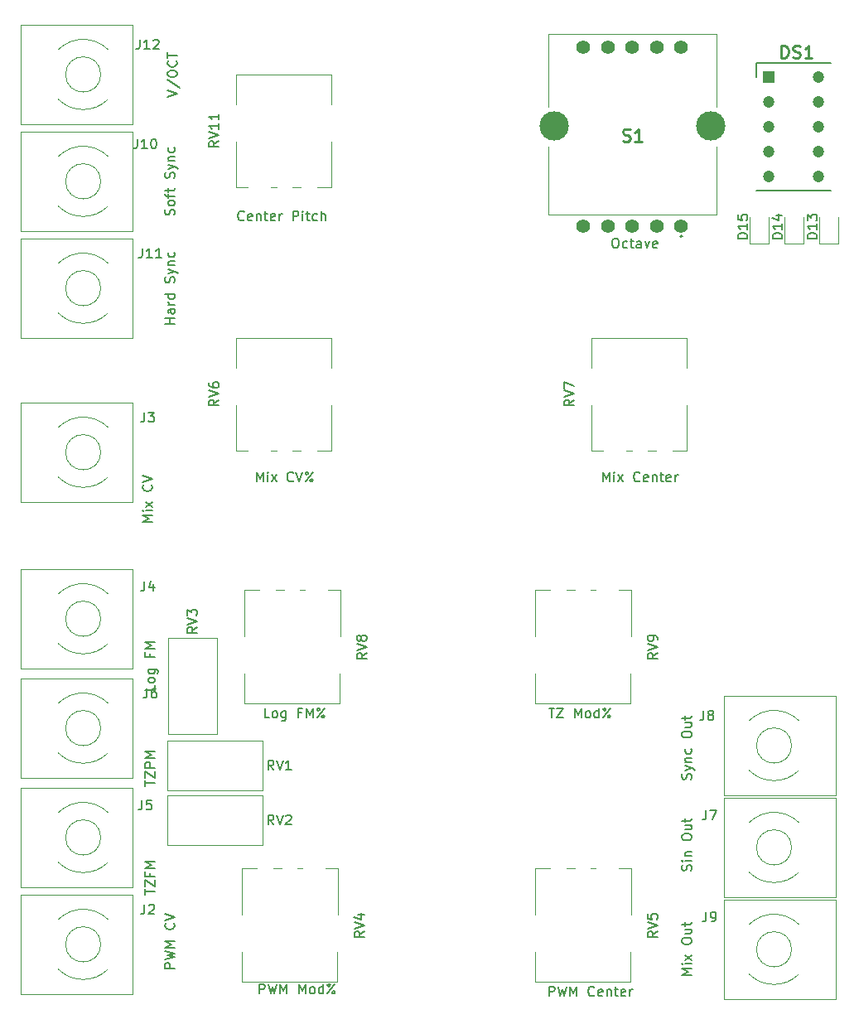
<source format=gbr>
%TF.GenerationSoftware,KiCad,Pcbnew,7.0.2*%
%TF.CreationDate,2023-05-23T13:36:19-04:00*%
%TF.ProjectId,SSI2130_Oscillator,53534932-3133-4305-9f4f-7363696c6c61,rev?*%
%TF.SameCoordinates,Original*%
%TF.FileFunction,Legend,Top*%
%TF.FilePolarity,Positive*%
%FSLAX46Y46*%
G04 Gerber Fmt 4.6, Leading zero omitted, Abs format (unit mm)*
G04 Created by KiCad (PCBNEW 7.0.2) date 2023-05-23 13:36:19*
%MOMM*%
%LPD*%
G01*
G04 APERTURE LIST*
%ADD10C,0.150000*%
%ADD11C,0.254000*%
%ADD12C,0.120000*%
%ADD13C,0.200000*%
%ADD14C,0.100000*%
%ADD15R,1.200000X1.200000*%
%ADD16C,1.200000*%
%ADD17C,1.400000*%
%ADD18C,3.000000*%
G04 APERTURE END LIST*
D10*
X89710095Y-72090619D02*
X89710095Y-71090619D01*
X89710095Y-71090619D02*
X90043428Y-71804904D01*
X90043428Y-71804904D02*
X90376761Y-71090619D01*
X90376761Y-71090619D02*
X90376761Y-72090619D01*
X90852952Y-72090619D02*
X90852952Y-71423952D01*
X90852952Y-71090619D02*
X90805333Y-71138238D01*
X90805333Y-71138238D02*
X90852952Y-71185857D01*
X90852952Y-71185857D02*
X90900571Y-71138238D01*
X90900571Y-71138238D02*
X90852952Y-71090619D01*
X90852952Y-71090619D02*
X90852952Y-71185857D01*
X91233904Y-72090619D02*
X91757713Y-71423952D01*
X91233904Y-71423952D02*
X91757713Y-72090619D01*
X93471999Y-71995380D02*
X93424380Y-72043000D01*
X93424380Y-72043000D02*
X93281523Y-72090619D01*
X93281523Y-72090619D02*
X93186285Y-72090619D01*
X93186285Y-72090619D02*
X93043428Y-72043000D01*
X93043428Y-72043000D02*
X92948190Y-71947761D01*
X92948190Y-71947761D02*
X92900571Y-71852523D01*
X92900571Y-71852523D02*
X92852952Y-71662047D01*
X92852952Y-71662047D02*
X92852952Y-71519190D01*
X92852952Y-71519190D02*
X92900571Y-71328714D01*
X92900571Y-71328714D02*
X92948190Y-71233476D01*
X92948190Y-71233476D02*
X93043428Y-71138238D01*
X93043428Y-71138238D02*
X93186285Y-71090619D01*
X93186285Y-71090619D02*
X93281523Y-71090619D01*
X93281523Y-71090619D02*
X93424380Y-71138238D01*
X93424380Y-71138238D02*
X93471999Y-71185857D01*
X94281523Y-72043000D02*
X94186285Y-72090619D01*
X94186285Y-72090619D02*
X93995809Y-72090619D01*
X93995809Y-72090619D02*
X93900571Y-72043000D01*
X93900571Y-72043000D02*
X93852952Y-71947761D01*
X93852952Y-71947761D02*
X93852952Y-71566809D01*
X93852952Y-71566809D02*
X93900571Y-71471571D01*
X93900571Y-71471571D02*
X93995809Y-71423952D01*
X93995809Y-71423952D02*
X94186285Y-71423952D01*
X94186285Y-71423952D02*
X94281523Y-71471571D01*
X94281523Y-71471571D02*
X94329142Y-71566809D01*
X94329142Y-71566809D02*
X94329142Y-71662047D01*
X94329142Y-71662047D02*
X93852952Y-71757285D01*
X94757714Y-71423952D02*
X94757714Y-72090619D01*
X94757714Y-71519190D02*
X94805333Y-71471571D01*
X94805333Y-71471571D02*
X94900571Y-71423952D01*
X94900571Y-71423952D02*
X95043428Y-71423952D01*
X95043428Y-71423952D02*
X95138666Y-71471571D01*
X95138666Y-71471571D02*
X95186285Y-71566809D01*
X95186285Y-71566809D02*
X95186285Y-72090619D01*
X95519619Y-71423952D02*
X95900571Y-71423952D01*
X95662476Y-71090619D02*
X95662476Y-71947761D01*
X95662476Y-71947761D02*
X95710095Y-72043000D01*
X95710095Y-72043000D02*
X95805333Y-72090619D01*
X95805333Y-72090619D02*
X95900571Y-72090619D01*
X96614857Y-72043000D02*
X96519619Y-72090619D01*
X96519619Y-72090619D02*
X96329143Y-72090619D01*
X96329143Y-72090619D02*
X96233905Y-72043000D01*
X96233905Y-72043000D02*
X96186286Y-71947761D01*
X96186286Y-71947761D02*
X96186286Y-71566809D01*
X96186286Y-71566809D02*
X96233905Y-71471571D01*
X96233905Y-71471571D02*
X96329143Y-71423952D01*
X96329143Y-71423952D02*
X96519619Y-71423952D01*
X96519619Y-71423952D02*
X96614857Y-71471571D01*
X96614857Y-71471571D02*
X96662476Y-71566809D01*
X96662476Y-71566809D02*
X96662476Y-71662047D01*
X96662476Y-71662047D02*
X96186286Y-71757285D01*
X97091048Y-72090619D02*
X97091048Y-71423952D01*
X97091048Y-71614428D02*
X97138667Y-71519190D01*
X97138667Y-71519190D02*
X97186286Y-71471571D01*
X97186286Y-71471571D02*
X97281524Y-71423952D01*
X97281524Y-71423952D02*
X97376762Y-71423952D01*
X54292857Y-72090619D02*
X54292857Y-71090619D01*
X54292857Y-71090619D02*
X54626190Y-71804904D01*
X54626190Y-71804904D02*
X54959523Y-71090619D01*
X54959523Y-71090619D02*
X54959523Y-72090619D01*
X55435714Y-72090619D02*
X55435714Y-71423952D01*
X55435714Y-71090619D02*
X55388095Y-71138238D01*
X55388095Y-71138238D02*
X55435714Y-71185857D01*
X55435714Y-71185857D02*
X55483333Y-71138238D01*
X55483333Y-71138238D02*
X55435714Y-71090619D01*
X55435714Y-71090619D02*
X55435714Y-71185857D01*
X55816666Y-72090619D02*
X56340475Y-71423952D01*
X55816666Y-71423952D02*
X56340475Y-72090619D01*
X58054761Y-71995380D02*
X58007142Y-72043000D01*
X58007142Y-72043000D02*
X57864285Y-72090619D01*
X57864285Y-72090619D02*
X57769047Y-72090619D01*
X57769047Y-72090619D02*
X57626190Y-72043000D01*
X57626190Y-72043000D02*
X57530952Y-71947761D01*
X57530952Y-71947761D02*
X57483333Y-71852523D01*
X57483333Y-71852523D02*
X57435714Y-71662047D01*
X57435714Y-71662047D02*
X57435714Y-71519190D01*
X57435714Y-71519190D02*
X57483333Y-71328714D01*
X57483333Y-71328714D02*
X57530952Y-71233476D01*
X57530952Y-71233476D02*
X57626190Y-71138238D01*
X57626190Y-71138238D02*
X57769047Y-71090619D01*
X57769047Y-71090619D02*
X57864285Y-71090619D01*
X57864285Y-71090619D02*
X58007142Y-71138238D01*
X58007142Y-71138238D02*
X58054761Y-71185857D01*
X58340476Y-71090619D02*
X58673809Y-72090619D01*
X58673809Y-72090619D02*
X59007142Y-71090619D01*
X59292857Y-72090619D02*
X60054761Y-71090619D01*
X59435714Y-71090619D02*
X59530952Y-71138238D01*
X59530952Y-71138238D02*
X59578571Y-71233476D01*
X59578571Y-71233476D02*
X59530952Y-71328714D01*
X59530952Y-71328714D02*
X59435714Y-71376333D01*
X59435714Y-71376333D02*
X59340476Y-71328714D01*
X59340476Y-71328714D02*
X59292857Y-71233476D01*
X59292857Y-71233476D02*
X59340476Y-71138238D01*
X59340476Y-71138238D02*
X59435714Y-71090619D01*
X60007142Y-72043000D02*
X60054761Y-71947761D01*
X60054761Y-71947761D02*
X60007142Y-71852523D01*
X60007142Y-71852523D02*
X59911904Y-71804904D01*
X59911904Y-71804904D02*
X59816666Y-71852523D01*
X59816666Y-71852523D02*
X59769047Y-71947761D01*
X59769047Y-71947761D02*
X59816666Y-72043000D01*
X59816666Y-72043000D02*
X59911904Y-72090619D01*
X59911904Y-72090619D02*
X60007142Y-72043000D01*
X43642619Y-76199713D02*
X42642619Y-76199713D01*
X42642619Y-76199713D02*
X43356904Y-75866380D01*
X43356904Y-75866380D02*
X42642619Y-75533047D01*
X42642619Y-75533047D02*
X43642619Y-75533047D01*
X43642619Y-75056856D02*
X42975952Y-75056856D01*
X42642619Y-75056856D02*
X42690238Y-75104475D01*
X42690238Y-75104475D02*
X42737857Y-75056856D01*
X42737857Y-75056856D02*
X42690238Y-75009237D01*
X42690238Y-75009237D02*
X42642619Y-75056856D01*
X42642619Y-75056856D02*
X42737857Y-75056856D01*
X43642619Y-74675904D02*
X42975952Y-74152095D01*
X42975952Y-74675904D02*
X43642619Y-74152095D01*
X43547380Y-72437809D02*
X43595000Y-72485428D01*
X43595000Y-72485428D02*
X43642619Y-72628285D01*
X43642619Y-72628285D02*
X43642619Y-72723523D01*
X43642619Y-72723523D02*
X43595000Y-72866380D01*
X43595000Y-72866380D02*
X43499761Y-72961618D01*
X43499761Y-72961618D02*
X43404523Y-73009237D01*
X43404523Y-73009237D02*
X43214047Y-73056856D01*
X43214047Y-73056856D02*
X43071190Y-73056856D01*
X43071190Y-73056856D02*
X42880714Y-73009237D01*
X42880714Y-73009237D02*
X42785476Y-72961618D01*
X42785476Y-72961618D02*
X42690238Y-72866380D01*
X42690238Y-72866380D02*
X42642619Y-72723523D01*
X42642619Y-72723523D02*
X42642619Y-72628285D01*
X42642619Y-72628285D02*
X42690238Y-72485428D01*
X42690238Y-72485428D02*
X42737857Y-72437809D01*
X42642619Y-72152094D02*
X43642619Y-71818761D01*
X43642619Y-71818761D02*
X42642619Y-71485428D01*
X98760619Y-122507047D02*
X97760619Y-122507047D01*
X97760619Y-122507047D02*
X98474904Y-122173714D01*
X98474904Y-122173714D02*
X97760619Y-121840381D01*
X97760619Y-121840381D02*
X98760619Y-121840381D01*
X98760619Y-121364190D02*
X98093952Y-121364190D01*
X97760619Y-121364190D02*
X97808238Y-121411809D01*
X97808238Y-121411809D02*
X97855857Y-121364190D01*
X97855857Y-121364190D02*
X97808238Y-121316571D01*
X97808238Y-121316571D02*
X97760619Y-121364190D01*
X97760619Y-121364190D02*
X97855857Y-121364190D01*
X98760619Y-120983238D02*
X98093952Y-120459429D01*
X98093952Y-120983238D02*
X98760619Y-120459429D01*
X97760619Y-119126095D02*
X97760619Y-118935619D01*
X97760619Y-118935619D02*
X97808238Y-118840381D01*
X97808238Y-118840381D02*
X97903476Y-118745143D01*
X97903476Y-118745143D02*
X98093952Y-118697524D01*
X98093952Y-118697524D02*
X98427285Y-118697524D01*
X98427285Y-118697524D02*
X98617761Y-118745143D01*
X98617761Y-118745143D02*
X98713000Y-118840381D01*
X98713000Y-118840381D02*
X98760619Y-118935619D01*
X98760619Y-118935619D02*
X98760619Y-119126095D01*
X98760619Y-119126095D02*
X98713000Y-119221333D01*
X98713000Y-119221333D02*
X98617761Y-119316571D01*
X98617761Y-119316571D02*
X98427285Y-119364190D01*
X98427285Y-119364190D02*
X98093952Y-119364190D01*
X98093952Y-119364190D02*
X97903476Y-119316571D01*
X97903476Y-119316571D02*
X97808238Y-119221333D01*
X97808238Y-119221333D02*
X97760619Y-119126095D01*
X98093952Y-117840381D02*
X98760619Y-117840381D01*
X98093952Y-118268952D02*
X98617761Y-118268952D01*
X98617761Y-118268952D02*
X98713000Y-118221333D01*
X98713000Y-118221333D02*
X98760619Y-118126095D01*
X98760619Y-118126095D02*
X98760619Y-117983238D01*
X98760619Y-117983238D02*
X98713000Y-117888000D01*
X98713000Y-117888000D02*
X98665380Y-117840381D01*
X98093952Y-117507047D02*
X98093952Y-117126095D01*
X97760619Y-117364190D02*
X98617761Y-117364190D01*
X98617761Y-117364190D02*
X98713000Y-117316571D01*
X98713000Y-117316571D02*
X98760619Y-117221333D01*
X98760619Y-117221333D02*
X98760619Y-117126095D01*
X98713000Y-102504476D02*
X98760619Y-102361619D01*
X98760619Y-102361619D02*
X98760619Y-102123524D01*
X98760619Y-102123524D02*
X98713000Y-102028286D01*
X98713000Y-102028286D02*
X98665380Y-101980667D01*
X98665380Y-101980667D02*
X98570142Y-101933048D01*
X98570142Y-101933048D02*
X98474904Y-101933048D01*
X98474904Y-101933048D02*
X98379666Y-101980667D01*
X98379666Y-101980667D02*
X98332047Y-102028286D01*
X98332047Y-102028286D02*
X98284428Y-102123524D01*
X98284428Y-102123524D02*
X98236809Y-102314000D01*
X98236809Y-102314000D02*
X98189190Y-102409238D01*
X98189190Y-102409238D02*
X98141571Y-102456857D01*
X98141571Y-102456857D02*
X98046333Y-102504476D01*
X98046333Y-102504476D02*
X97951095Y-102504476D01*
X97951095Y-102504476D02*
X97855857Y-102456857D01*
X97855857Y-102456857D02*
X97808238Y-102409238D01*
X97808238Y-102409238D02*
X97760619Y-102314000D01*
X97760619Y-102314000D02*
X97760619Y-102075905D01*
X97760619Y-102075905D02*
X97808238Y-101933048D01*
X98093952Y-101599714D02*
X98760619Y-101361619D01*
X98093952Y-101123524D02*
X98760619Y-101361619D01*
X98760619Y-101361619D02*
X98998714Y-101456857D01*
X98998714Y-101456857D02*
X99046333Y-101504476D01*
X99046333Y-101504476D02*
X99093952Y-101599714D01*
X98093952Y-100742571D02*
X98760619Y-100742571D01*
X98189190Y-100742571D02*
X98141571Y-100694952D01*
X98141571Y-100694952D02*
X98093952Y-100599714D01*
X98093952Y-100599714D02*
X98093952Y-100456857D01*
X98093952Y-100456857D02*
X98141571Y-100361619D01*
X98141571Y-100361619D02*
X98236809Y-100314000D01*
X98236809Y-100314000D02*
X98760619Y-100314000D01*
X98713000Y-99409238D02*
X98760619Y-99504476D01*
X98760619Y-99504476D02*
X98760619Y-99694952D01*
X98760619Y-99694952D02*
X98713000Y-99790190D01*
X98713000Y-99790190D02*
X98665380Y-99837809D01*
X98665380Y-99837809D02*
X98570142Y-99885428D01*
X98570142Y-99885428D02*
X98284428Y-99885428D01*
X98284428Y-99885428D02*
X98189190Y-99837809D01*
X98189190Y-99837809D02*
X98141571Y-99790190D01*
X98141571Y-99790190D02*
X98093952Y-99694952D01*
X98093952Y-99694952D02*
X98093952Y-99504476D01*
X98093952Y-99504476D02*
X98141571Y-99409238D01*
X97760619Y-98028285D02*
X97760619Y-97837809D01*
X97760619Y-97837809D02*
X97808238Y-97742571D01*
X97808238Y-97742571D02*
X97903476Y-97647333D01*
X97903476Y-97647333D02*
X98093952Y-97599714D01*
X98093952Y-97599714D02*
X98427285Y-97599714D01*
X98427285Y-97599714D02*
X98617761Y-97647333D01*
X98617761Y-97647333D02*
X98713000Y-97742571D01*
X98713000Y-97742571D02*
X98760619Y-97837809D01*
X98760619Y-97837809D02*
X98760619Y-98028285D01*
X98760619Y-98028285D02*
X98713000Y-98123523D01*
X98713000Y-98123523D02*
X98617761Y-98218761D01*
X98617761Y-98218761D02*
X98427285Y-98266380D01*
X98427285Y-98266380D02*
X98093952Y-98266380D01*
X98093952Y-98266380D02*
X97903476Y-98218761D01*
X97903476Y-98218761D02*
X97808238Y-98123523D01*
X97808238Y-98123523D02*
X97760619Y-98028285D01*
X98093952Y-96742571D02*
X98760619Y-96742571D01*
X98093952Y-97171142D02*
X98617761Y-97171142D01*
X98617761Y-97171142D02*
X98713000Y-97123523D01*
X98713000Y-97123523D02*
X98760619Y-97028285D01*
X98760619Y-97028285D02*
X98760619Y-96885428D01*
X98760619Y-96885428D02*
X98713000Y-96790190D01*
X98713000Y-96790190D02*
X98665380Y-96742571D01*
X98093952Y-96409237D02*
X98093952Y-96028285D01*
X97760619Y-96266380D02*
X98617761Y-96266380D01*
X98617761Y-96266380D02*
X98713000Y-96218761D01*
X98713000Y-96218761D02*
X98760619Y-96123523D01*
X98760619Y-96123523D02*
X98760619Y-96028285D01*
X98713000Y-111839047D02*
X98760619Y-111696190D01*
X98760619Y-111696190D02*
X98760619Y-111458095D01*
X98760619Y-111458095D02*
X98713000Y-111362857D01*
X98713000Y-111362857D02*
X98665380Y-111315238D01*
X98665380Y-111315238D02*
X98570142Y-111267619D01*
X98570142Y-111267619D02*
X98474904Y-111267619D01*
X98474904Y-111267619D02*
X98379666Y-111315238D01*
X98379666Y-111315238D02*
X98332047Y-111362857D01*
X98332047Y-111362857D02*
X98284428Y-111458095D01*
X98284428Y-111458095D02*
X98236809Y-111648571D01*
X98236809Y-111648571D02*
X98189190Y-111743809D01*
X98189190Y-111743809D02*
X98141571Y-111791428D01*
X98141571Y-111791428D02*
X98046333Y-111839047D01*
X98046333Y-111839047D02*
X97951095Y-111839047D01*
X97951095Y-111839047D02*
X97855857Y-111791428D01*
X97855857Y-111791428D02*
X97808238Y-111743809D01*
X97808238Y-111743809D02*
X97760619Y-111648571D01*
X97760619Y-111648571D02*
X97760619Y-111410476D01*
X97760619Y-111410476D02*
X97808238Y-111267619D01*
X98760619Y-110839047D02*
X98093952Y-110839047D01*
X97760619Y-110839047D02*
X97808238Y-110886666D01*
X97808238Y-110886666D02*
X97855857Y-110839047D01*
X97855857Y-110839047D02*
X97808238Y-110791428D01*
X97808238Y-110791428D02*
X97760619Y-110839047D01*
X97760619Y-110839047D02*
X97855857Y-110839047D01*
X98093952Y-110362857D02*
X98760619Y-110362857D01*
X98189190Y-110362857D02*
X98141571Y-110315238D01*
X98141571Y-110315238D02*
X98093952Y-110220000D01*
X98093952Y-110220000D02*
X98093952Y-110077143D01*
X98093952Y-110077143D02*
X98141571Y-109981905D01*
X98141571Y-109981905D02*
X98236809Y-109934286D01*
X98236809Y-109934286D02*
X98760619Y-109934286D01*
X97760619Y-108505714D02*
X97760619Y-108315238D01*
X97760619Y-108315238D02*
X97808238Y-108220000D01*
X97808238Y-108220000D02*
X97903476Y-108124762D01*
X97903476Y-108124762D02*
X98093952Y-108077143D01*
X98093952Y-108077143D02*
X98427285Y-108077143D01*
X98427285Y-108077143D02*
X98617761Y-108124762D01*
X98617761Y-108124762D02*
X98713000Y-108220000D01*
X98713000Y-108220000D02*
X98760619Y-108315238D01*
X98760619Y-108315238D02*
X98760619Y-108505714D01*
X98760619Y-108505714D02*
X98713000Y-108600952D01*
X98713000Y-108600952D02*
X98617761Y-108696190D01*
X98617761Y-108696190D02*
X98427285Y-108743809D01*
X98427285Y-108743809D02*
X98093952Y-108743809D01*
X98093952Y-108743809D02*
X97903476Y-108696190D01*
X97903476Y-108696190D02*
X97808238Y-108600952D01*
X97808238Y-108600952D02*
X97760619Y-108505714D01*
X98093952Y-107220000D02*
X98760619Y-107220000D01*
X98093952Y-107648571D02*
X98617761Y-107648571D01*
X98617761Y-107648571D02*
X98713000Y-107600952D01*
X98713000Y-107600952D02*
X98760619Y-107505714D01*
X98760619Y-107505714D02*
X98760619Y-107362857D01*
X98760619Y-107362857D02*
X98713000Y-107267619D01*
X98713000Y-107267619D02*
X98665380Y-107220000D01*
X98093952Y-106886666D02*
X98093952Y-106505714D01*
X97760619Y-106743809D02*
X98617761Y-106743809D01*
X98617761Y-106743809D02*
X98713000Y-106696190D01*
X98713000Y-106696190D02*
X98760619Y-106600952D01*
X98760619Y-106600952D02*
X98760619Y-106505714D01*
X54586667Y-124414619D02*
X54586667Y-123414619D01*
X54586667Y-123414619D02*
X54967619Y-123414619D01*
X54967619Y-123414619D02*
X55062857Y-123462238D01*
X55062857Y-123462238D02*
X55110476Y-123509857D01*
X55110476Y-123509857D02*
X55158095Y-123605095D01*
X55158095Y-123605095D02*
X55158095Y-123747952D01*
X55158095Y-123747952D02*
X55110476Y-123843190D01*
X55110476Y-123843190D02*
X55062857Y-123890809D01*
X55062857Y-123890809D02*
X54967619Y-123938428D01*
X54967619Y-123938428D02*
X54586667Y-123938428D01*
X55491429Y-123414619D02*
X55729524Y-124414619D01*
X55729524Y-124414619D02*
X55920000Y-123700333D01*
X55920000Y-123700333D02*
X56110476Y-124414619D01*
X56110476Y-124414619D02*
X56348572Y-123414619D01*
X56729524Y-124414619D02*
X56729524Y-123414619D01*
X56729524Y-123414619D02*
X57062857Y-124128904D01*
X57062857Y-124128904D02*
X57396190Y-123414619D01*
X57396190Y-123414619D02*
X57396190Y-124414619D01*
X58634286Y-124414619D02*
X58634286Y-123414619D01*
X58634286Y-123414619D02*
X58967619Y-124128904D01*
X58967619Y-124128904D02*
X59300952Y-123414619D01*
X59300952Y-123414619D02*
X59300952Y-124414619D01*
X59920000Y-124414619D02*
X59824762Y-124367000D01*
X59824762Y-124367000D02*
X59777143Y-124319380D01*
X59777143Y-124319380D02*
X59729524Y-124224142D01*
X59729524Y-124224142D02*
X59729524Y-123938428D01*
X59729524Y-123938428D02*
X59777143Y-123843190D01*
X59777143Y-123843190D02*
X59824762Y-123795571D01*
X59824762Y-123795571D02*
X59920000Y-123747952D01*
X59920000Y-123747952D02*
X60062857Y-123747952D01*
X60062857Y-123747952D02*
X60158095Y-123795571D01*
X60158095Y-123795571D02*
X60205714Y-123843190D01*
X60205714Y-123843190D02*
X60253333Y-123938428D01*
X60253333Y-123938428D02*
X60253333Y-124224142D01*
X60253333Y-124224142D02*
X60205714Y-124319380D01*
X60205714Y-124319380D02*
X60158095Y-124367000D01*
X60158095Y-124367000D02*
X60062857Y-124414619D01*
X60062857Y-124414619D02*
X59920000Y-124414619D01*
X61110476Y-124414619D02*
X61110476Y-123414619D01*
X61110476Y-124367000D02*
X61015238Y-124414619D01*
X61015238Y-124414619D02*
X60824762Y-124414619D01*
X60824762Y-124414619D02*
X60729524Y-124367000D01*
X60729524Y-124367000D02*
X60681905Y-124319380D01*
X60681905Y-124319380D02*
X60634286Y-124224142D01*
X60634286Y-124224142D02*
X60634286Y-123938428D01*
X60634286Y-123938428D02*
X60681905Y-123843190D01*
X60681905Y-123843190D02*
X60729524Y-123795571D01*
X60729524Y-123795571D02*
X60824762Y-123747952D01*
X60824762Y-123747952D02*
X61015238Y-123747952D01*
X61015238Y-123747952D02*
X61110476Y-123795571D01*
X61539048Y-124414619D02*
X62300952Y-123414619D01*
X61681905Y-123414619D02*
X61777143Y-123462238D01*
X61777143Y-123462238D02*
X61824762Y-123557476D01*
X61824762Y-123557476D02*
X61777143Y-123652714D01*
X61777143Y-123652714D02*
X61681905Y-123700333D01*
X61681905Y-123700333D02*
X61586667Y-123652714D01*
X61586667Y-123652714D02*
X61539048Y-123557476D01*
X61539048Y-123557476D02*
X61586667Y-123462238D01*
X61586667Y-123462238D02*
X61681905Y-123414619D01*
X62253333Y-124367000D02*
X62300952Y-124271761D01*
X62300952Y-124271761D02*
X62253333Y-124176523D01*
X62253333Y-124176523D02*
X62158095Y-124128904D01*
X62158095Y-124128904D02*
X62062857Y-124176523D01*
X62062857Y-124176523D02*
X62015238Y-124271761D01*
X62015238Y-124271761D02*
X62062857Y-124367000D01*
X62062857Y-124367000D02*
X62158095Y-124414619D01*
X62158095Y-124414619D02*
X62253333Y-124367000D01*
X84201523Y-124668619D02*
X84201523Y-123668619D01*
X84201523Y-123668619D02*
X84582475Y-123668619D01*
X84582475Y-123668619D02*
X84677713Y-123716238D01*
X84677713Y-123716238D02*
X84725332Y-123763857D01*
X84725332Y-123763857D02*
X84772951Y-123859095D01*
X84772951Y-123859095D02*
X84772951Y-124001952D01*
X84772951Y-124001952D02*
X84725332Y-124097190D01*
X84725332Y-124097190D02*
X84677713Y-124144809D01*
X84677713Y-124144809D02*
X84582475Y-124192428D01*
X84582475Y-124192428D02*
X84201523Y-124192428D01*
X85106285Y-123668619D02*
X85344380Y-124668619D01*
X85344380Y-124668619D02*
X85534856Y-123954333D01*
X85534856Y-123954333D02*
X85725332Y-124668619D01*
X85725332Y-124668619D02*
X85963428Y-123668619D01*
X86344380Y-124668619D02*
X86344380Y-123668619D01*
X86344380Y-123668619D02*
X86677713Y-124382904D01*
X86677713Y-124382904D02*
X87011046Y-123668619D01*
X87011046Y-123668619D02*
X87011046Y-124668619D01*
X88820570Y-124573380D02*
X88772951Y-124621000D01*
X88772951Y-124621000D02*
X88630094Y-124668619D01*
X88630094Y-124668619D02*
X88534856Y-124668619D01*
X88534856Y-124668619D02*
X88391999Y-124621000D01*
X88391999Y-124621000D02*
X88296761Y-124525761D01*
X88296761Y-124525761D02*
X88249142Y-124430523D01*
X88249142Y-124430523D02*
X88201523Y-124240047D01*
X88201523Y-124240047D02*
X88201523Y-124097190D01*
X88201523Y-124097190D02*
X88249142Y-123906714D01*
X88249142Y-123906714D02*
X88296761Y-123811476D01*
X88296761Y-123811476D02*
X88391999Y-123716238D01*
X88391999Y-123716238D02*
X88534856Y-123668619D01*
X88534856Y-123668619D02*
X88630094Y-123668619D01*
X88630094Y-123668619D02*
X88772951Y-123716238D01*
X88772951Y-123716238D02*
X88820570Y-123763857D01*
X89630094Y-124621000D02*
X89534856Y-124668619D01*
X89534856Y-124668619D02*
X89344380Y-124668619D01*
X89344380Y-124668619D02*
X89249142Y-124621000D01*
X89249142Y-124621000D02*
X89201523Y-124525761D01*
X89201523Y-124525761D02*
X89201523Y-124144809D01*
X89201523Y-124144809D02*
X89249142Y-124049571D01*
X89249142Y-124049571D02*
X89344380Y-124001952D01*
X89344380Y-124001952D02*
X89534856Y-124001952D01*
X89534856Y-124001952D02*
X89630094Y-124049571D01*
X89630094Y-124049571D02*
X89677713Y-124144809D01*
X89677713Y-124144809D02*
X89677713Y-124240047D01*
X89677713Y-124240047D02*
X89201523Y-124335285D01*
X90106285Y-124001952D02*
X90106285Y-124668619D01*
X90106285Y-124097190D02*
X90153904Y-124049571D01*
X90153904Y-124049571D02*
X90249142Y-124001952D01*
X90249142Y-124001952D02*
X90391999Y-124001952D01*
X90391999Y-124001952D02*
X90487237Y-124049571D01*
X90487237Y-124049571D02*
X90534856Y-124144809D01*
X90534856Y-124144809D02*
X90534856Y-124668619D01*
X90868190Y-124001952D02*
X91249142Y-124001952D01*
X91011047Y-123668619D02*
X91011047Y-124525761D01*
X91011047Y-124525761D02*
X91058666Y-124621000D01*
X91058666Y-124621000D02*
X91153904Y-124668619D01*
X91153904Y-124668619D02*
X91249142Y-124668619D01*
X91963428Y-124621000D02*
X91868190Y-124668619D01*
X91868190Y-124668619D02*
X91677714Y-124668619D01*
X91677714Y-124668619D02*
X91582476Y-124621000D01*
X91582476Y-124621000D02*
X91534857Y-124525761D01*
X91534857Y-124525761D02*
X91534857Y-124144809D01*
X91534857Y-124144809D02*
X91582476Y-124049571D01*
X91582476Y-124049571D02*
X91677714Y-124001952D01*
X91677714Y-124001952D02*
X91868190Y-124001952D01*
X91868190Y-124001952D02*
X91963428Y-124049571D01*
X91963428Y-124049571D02*
X92011047Y-124144809D01*
X92011047Y-124144809D02*
X92011047Y-124240047D01*
X92011047Y-124240047D02*
X91534857Y-124335285D01*
X92439619Y-124668619D02*
X92439619Y-124001952D01*
X92439619Y-124192428D02*
X92487238Y-124097190D01*
X92487238Y-124097190D02*
X92534857Y-124049571D01*
X92534857Y-124049571D02*
X92630095Y-124001952D01*
X92630095Y-124001952D02*
X92725333Y-124001952D01*
X45928619Y-121840285D02*
X44928619Y-121840285D01*
X44928619Y-121840285D02*
X44928619Y-121459333D01*
X44928619Y-121459333D02*
X44976238Y-121364095D01*
X44976238Y-121364095D02*
X45023857Y-121316476D01*
X45023857Y-121316476D02*
X45119095Y-121268857D01*
X45119095Y-121268857D02*
X45261952Y-121268857D01*
X45261952Y-121268857D02*
X45357190Y-121316476D01*
X45357190Y-121316476D02*
X45404809Y-121364095D01*
X45404809Y-121364095D02*
X45452428Y-121459333D01*
X45452428Y-121459333D02*
X45452428Y-121840285D01*
X44928619Y-120935523D02*
X45928619Y-120697428D01*
X45928619Y-120697428D02*
X45214333Y-120506952D01*
X45214333Y-120506952D02*
X45928619Y-120316476D01*
X45928619Y-120316476D02*
X44928619Y-120078381D01*
X45928619Y-119697428D02*
X44928619Y-119697428D01*
X44928619Y-119697428D02*
X45642904Y-119364095D01*
X45642904Y-119364095D02*
X44928619Y-119030762D01*
X44928619Y-119030762D02*
X45928619Y-119030762D01*
X45833380Y-117221238D02*
X45881000Y-117268857D01*
X45881000Y-117268857D02*
X45928619Y-117411714D01*
X45928619Y-117411714D02*
X45928619Y-117506952D01*
X45928619Y-117506952D02*
X45881000Y-117649809D01*
X45881000Y-117649809D02*
X45785761Y-117745047D01*
X45785761Y-117745047D02*
X45690523Y-117792666D01*
X45690523Y-117792666D02*
X45500047Y-117840285D01*
X45500047Y-117840285D02*
X45357190Y-117840285D01*
X45357190Y-117840285D02*
X45166714Y-117792666D01*
X45166714Y-117792666D02*
X45071476Y-117745047D01*
X45071476Y-117745047D02*
X44976238Y-117649809D01*
X44976238Y-117649809D02*
X44928619Y-117506952D01*
X44928619Y-117506952D02*
X44928619Y-117411714D01*
X44928619Y-117411714D02*
X44976238Y-117268857D01*
X44976238Y-117268857D02*
X45023857Y-117221238D01*
X44928619Y-116935523D02*
X45928619Y-116602190D01*
X45928619Y-116602190D02*
X44928619Y-116268857D01*
X53015046Y-45325380D02*
X52967427Y-45373000D01*
X52967427Y-45373000D02*
X52824570Y-45420619D01*
X52824570Y-45420619D02*
X52729332Y-45420619D01*
X52729332Y-45420619D02*
X52586475Y-45373000D01*
X52586475Y-45373000D02*
X52491237Y-45277761D01*
X52491237Y-45277761D02*
X52443618Y-45182523D01*
X52443618Y-45182523D02*
X52395999Y-44992047D01*
X52395999Y-44992047D02*
X52395999Y-44849190D01*
X52395999Y-44849190D02*
X52443618Y-44658714D01*
X52443618Y-44658714D02*
X52491237Y-44563476D01*
X52491237Y-44563476D02*
X52586475Y-44468238D01*
X52586475Y-44468238D02*
X52729332Y-44420619D01*
X52729332Y-44420619D02*
X52824570Y-44420619D01*
X52824570Y-44420619D02*
X52967427Y-44468238D01*
X52967427Y-44468238D02*
X53015046Y-44515857D01*
X53824570Y-45373000D02*
X53729332Y-45420619D01*
X53729332Y-45420619D02*
X53538856Y-45420619D01*
X53538856Y-45420619D02*
X53443618Y-45373000D01*
X53443618Y-45373000D02*
X53395999Y-45277761D01*
X53395999Y-45277761D02*
X53395999Y-44896809D01*
X53395999Y-44896809D02*
X53443618Y-44801571D01*
X53443618Y-44801571D02*
X53538856Y-44753952D01*
X53538856Y-44753952D02*
X53729332Y-44753952D01*
X53729332Y-44753952D02*
X53824570Y-44801571D01*
X53824570Y-44801571D02*
X53872189Y-44896809D01*
X53872189Y-44896809D02*
X53872189Y-44992047D01*
X53872189Y-44992047D02*
X53395999Y-45087285D01*
X54300761Y-44753952D02*
X54300761Y-45420619D01*
X54300761Y-44849190D02*
X54348380Y-44801571D01*
X54348380Y-44801571D02*
X54443618Y-44753952D01*
X54443618Y-44753952D02*
X54586475Y-44753952D01*
X54586475Y-44753952D02*
X54681713Y-44801571D01*
X54681713Y-44801571D02*
X54729332Y-44896809D01*
X54729332Y-44896809D02*
X54729332Y-45420619D01*
X55062666Y-44753952D02*
X55443618Y-44753952D01*
X55205523Y-44420619D02*
X55205523Y-45277761D01*
X55205523Y-45277761D02*
X55253142Y-45373000D01*
X55253142Y-45373000D02*
X55348380Y-45420619D01*
X55348380Y-45420619D02*
X55443618Y-45420619D01*
X56157904Y-45373000D02*
X56062666Y-45420619D01*
X56062666Y-45420619D02*
X55872190Y-45420619D01*
X55872190Y-45420619D02*
X55776952Y-45373000D01*
X55776952Y-45373000D02*
X55729333Y-45277761D01*
X55729333Y-45277761D02*
X55729333Y-44896809D01*
X55729333Y-44896809D02*
X55776952Y-44801571D01*
X55776952Y-44801571D02*
X55872190Y-44753952D01*
X55872190Y-44753952D02*
X56062666Y-44753952D01*
X56062666Y-44753952D02*
X56157904Y-44801571D01*
X56157904Y-44801571D02*
X56205523Y-44896809D01*
X56205523Y-44896809D02*
X56205523Y-44992047D01*
X56205523Y-44992047D02*
X55729333Y-45087285D01*
X56634095Y-45420619D02*
X56634095Y-44753952D01*
X56634095Y-44944428D02*
X56681714Y-44849190D01*
X56681714Y-44849190D02*
X56729333Y-44801571D01*
X56729333Y-44801571D02*
X56824571Y-44753952D01*
X56824571Y-44753952D02*
X56919809Y-44753952D01*
X58015048Y-45420619D02*
X58015048Y-44420619D01*
X58015048Y-44420619D02*
X58396000Y-44420619D01*
X58396000Y-44420619D02*
X58491238Y-44468238D01*
X58491238Y-44468238D02*
X58538857Y-44515857D01*
X58538857Y-44515857D02*
X58586476Y-44611095D01*
X58586476Y-44611095D02*
X58586476Y-44753952D01*
X58586476Y-44753952D02*
X58538857Y-44849190D01*
X58538857Y-44849190D02*
X58491238Y-44896809D01*
X58491238Y-44896809D02*
X58396000Y-44944428D01*
X58396000Y-44944428D02*
X58015048Y-44944428D01*
X59015048Y-45420619D02*
X59015048Y-44753952D01*
X59015048Y-44420619D02*
X58967429Y-44468238D01*
X58967429Y-44468238D02*
X59015048Y-44515857D01*
X59015048Y-44515857D02*
X59062667Y-44468238D01*
X59062667Y-44468238D02*
X59015048Y-44420619D01*
X59015048Y-44420619D02*
X59015048Y-44515857D01*
X59348381Y-44753952D02*
X59729333Y-44753952D01*
X59491238Y-44420619D02*
X59491238Y-45277761D01*
X59491238Y-45277761D02*
X59538857Y-45373000D01*
X59538857Y-45373000D02*
X59634095Y-45420619D01*
X59634095Y-45420619D02*
X59729333Y-45420619D01*
X60491238Y-45373000D02*
X60396000Y-45420619D01*
X60396000Y-45420619D02*
X60205524Y-45420619D01*
X60205524Y-45420619D02*
X60110286Y-45373000D01*
X60110286Y-45373000D02*
X60062667Y-45325380D01*
X60062667Y-45325380D02*
X60015048Y-45230142D01*
X60015048Y-45230142D02*
X60015048Y-44944428D01*
X60015048Y-44944428D02*
X60062667Y-44849190D01*
X60062667Y-44849190D02*
X60110286Y-44801571D01*
X60110286Y-44801571D02*
X60205524Y-44753952D01*
X60205524Y-44753952D02*
X60396000Y-44753952D01*
X60396000Y-44753952D02*
X60491238Y-44801571D01*
X60919810Y-45420619D02*
X60919810Y-44420619D01*
X61348381Y-45420619D02*
X61348381Y-44896809D01*
X61348381Y-44896809D02*
X61300762Y-44801571D01*
X61300762Y-44801571D02*
X61205524Y-44753952D01*
X61205524Y-44753952D02*
X61062667Y-44753952D01*
X61062667Y-44753952D02*
X60967429Y-44801571D01*
X60967429Y-44801571D02*
X60919810Y-44849190D01*
X90892571Y-47214619D02*
X91083047Y-47214619D01*
X91083047Y-47214619D02*
X91178285Y-47262238D01*
X91178285Y-47262238D02*
X91273523Y-47357476D01*
X91273523Y-47357476D02*
X91321142Y-47547952D01*
X91321142Y-47547952D02*
X91321142Y-47881285D01*
X91321142Y-47881285D02*
X91273523Y-48071761D01*
X91273523Y-48071761D02*
X91178285Y-48167000D01*
X91178285Y-48167000D02*
X91083047Y-48214619D01*
X91083047Y-48214619D02*
X90892571Y-48214619D01*
X90892571Y-48214619D02*
X90797333Y-48167000D01*
X90797333Y-48167000D02*
X90702095Y-48071761D01*
X90702095Y-48071761D02*
X90654476Y-47881285D01*
X90654476Y-47881285D02*
X90654476Y-47547952D01*
X90654476Y-47547952D02*
X90702095Y-47357476D01*
X90702095Y-47357476D02*
X90797333Y-47262238D01*
X90797333Y-47262238D02*
X90892571Y-47214619D01*
X92178285Y-48167000D02*
X92083047Y-48214619D01*
X92083047Y-48214619D02*
X91892571Y-48214619D01*
X91892571Y-48214619D02*
X91797333Y-48167000D01*
X91797333Y-48167000D02*
X91749714Y-48119380D01*
X91749714Y-48119380D02*
X91702095Y-48024142D01*
X91702095Y-48024142D02*
X91702095Y-47738428D01*
X91702095Y-47738428D02*
X91749714Y-47643190D01*
X91749714Y-47643190D02*
X91797333Y-47595571D01*
X91797333Y-47595571D02*
X91892571Y-47547952D01*
X91892571Y-47547952D02*
X92083047Y-47547952D01*
X92083047Y-47547952D02*
X92178285Y-47595571D01*
X92464000Y-47547952D02*
X92844952Y-47547952D01*
X92606857Y-47214619D02*
X92606857Y-48071761D01*
X92606857Y-48071761D02*
X92654476Y-48167000D01*
X92654476Y-48167000D02*
X92749714Y-48214619D01*
X92749714Y-48214619D02*
X92844952Y-48214619D01*
X93606857Y-48214619D02*
X93606857Y-47690809D01*
X93606857Y-47690809D02*
X93559238Y-47595571D01*
X93559238Y-47595571D02*
X93464000Y-47547952D01*
X93464000Y-47547952D02*
X93273524Y-47547952D01*
X93273524Y-47547952D02*
X93178286Y-47595571D01*
X93606857Y-48167000D02*
X93511619Y-48214619D01*
X93511619Y-48214619D02*
X93273524Y-48214619D01*
X93273524Y-48214619D02*
X93178286Y-48167000D01*
X93178286Y-48167000D02*
X93130667Y-48071761D01*
X93130667Y-48071761D02*
X93130667Y-47976523D01*
X93130667Y-47976523D02*
X93178286Y-47881285D01*
X93178286Y-47881285D02*
X93273524Y-47833666D01*
X93273524Y-47833666D02*
X93511619Y-47833666D01*
X93511619Y-47833666D02*
X93606857Y-47786047D01*
X93987810Y-47547952D02*
X94225905Y-48214619D01*
X94225905Y-48214619D02*
X94464000Y-47547952D01*
X95225905Y-48167000D02*
X95130667Y-48214619D01*
X95130667Y-48214619D02*
X94940191Y-48214619D01*
X94940191Y-48214619D02*
X94844953Y-48167000D01*
X94844953Y-48167000D02*
X94797334Y-48071761D01*
X94797334Y-48071761D02*
X94797334Y-47690809D01*
X94797334Y-47690809D02*
X94844953Y-47595571D01*
X94844953Y-47595571D02*
X94940191Y-47547952D01*
X94940191Y-47547952D02*
X95130667Y-47547952D01*
X95130667Y-47547952D02*
X95225905Y-47595571D01*
X95225905Y-47595571D02*
X95273524Y-47690809D01*
X95273524Y-47690809D02*
X95273524Y-47786047D01*
X95273524Y-47786047D02*
X94797334Y-47881285D01*
X84185524Y-95220619D02*
X84756952Y-95220619D01*
X84471238Y-96220619D02*
X84471238Y-95220619D01*
X84995048Y-95220619D02*
X85661714Y-95220619D01*
X85661714Y-95220619D02*
X84995048Y-96220619D01*
X84995048Y-96220619D02*
X85661714Y-96220619D01*
X86804572Y-96220619D02*
X86804572Y-95220619D01*
X86804572Y-95220619D02*
X87137905Y-95934904D01*
X87137905Y-95934904D02*
X87471238Y-95220619D01*
X87471238Y-95220619D02*
X87471238Y-96220619D01*
X88090286Y-96220619D02*
X87995048Y-96173000D01*
X87995048Y-96173000D02*
X87947429Y-96125380D01*
X87947429Y-96125380D02*
X87899810Y-96030142D01*
X87899810Y-96030142D02*
X87899810Y-95744428D01*
X87899810Y-95744428D02*
X87947429Y-95649190D01*
X87947429Y-95649190D02*
X87995048Y-95601571D01*
X87995048Y-95601571D02*
X88090286Y-95553952D01*
X88090286Y-95553952D02*
X88233143Y-95553952D01*
X88233143Y-95553952D02*
X88328381Y-95601571D01*
X88328381Y-95601571D02*
X88376000Y-95649190D01*
X88376000Y-95649190D02*
X88423619Y-95744428D01*
X88423619Y-95744428D02*
X88423619Y-96030142D01*
X88423619Y-96030142D02*
X88376000Y-96125380D01*
X88376000Y-96125380D02*
X88328381Y-96173000D01*
X88328381Y-96173000D02*
X88233143Y-96220619D01*
X88233143Y-96220619D02*
X88090286Y-96220619D01*
X89280762Y-96220619D02*
X89280762Y-95220619D01*
X89280762Y-96173000D02*
X89185524Y-96220619D01*
X89185524Y-96220619D02*
X88995048Y-96220619D01*
X88995048Y-96220619D02*
X88899810Y-96173000D01*
X88899810Y-96173000D02*
X88852191Y-96125380D01*
X88852191Y-96125380D02*
X88804572Y-96030142D01*
X88804572Y-96030142D02*
X88804572Y-95744428D01*
X88804572Y-95744428D02*
X88852191Y-95649190D01*
X88852191Y-95649190D02*
X88899810Y-95601571D01*
X88899810Y-95601571D02*
X88995048Y-95553952D01*
X88995048Y-95553952D02*
X89185524Y-95553952D01*
X89185524Y-95553952D02*
X89280762Y-95601571D01*
X89709334Y-96220619D02*
X90471238Y-95220619D01*
X89852191Y-95220619D02*
X89947429Y-95268238D01*
X89947429Y-95268238D02*
X89995048Y-95363476D01*
X89995048Y-95363476D02*
X89947429Y-95458714D01*
X89947429Y-95458714D02*
X89852191Y-95506333D01*
X89852191Y-95506333D02*
X89756953Y-95458714D01*
X89756953Y-95458714D02*
X89709334Y-95363476D01*
X89709334Y-95363476D02*
X89756953Y-95268238D01*
X89756953Y-95268238D02*
X89852191Y-95220619D01*
X90423619Y-96173000D02*
X90471238Y-96077761D01*
X90471238Y-96077761D02*
X90423619Y-95982523D01*
X90423619Y-95982523D02*
X90328381Y-95934904D01*
X90328381Y-95934904D02*
X90233143Y-95982523D01*
X90233143Y-95982523D02*
X90185524Y-96077761D01*
X90185524Y-96077761D02*
X90233143Y-96173000D01*
X90233143Y-96173000D02*
X90328381Y-96220619D01*
X90328381Y-96220619D02*
X90423619Y-96173000D01*
X42896619Y-103179332D02*
X42896619Y-102607904D01*
X43896619Y-102893618D02*
X42896619Y-102893618D01*
X42896619Y-102369808D02*
X42896619Y-101703142D01*
X42896619Y-101703142D02*
X43896619Y-102369808D01*
X43896619Y-102369808D02*
X43896619Y-101703142D01*
X43896619Y-101322189D02*
X42896619Y-101322189D01*
X42896619Y-101322189D02*
X42896619Y-100941237D01*
X42896619Y-100941237D02*
X42944238Y-100845999D01*
X42944238Y-100845999D02*
X42991857Y-100798380D01*
X42991857Y-100798380D02*
X43087095Y-100750761D01*
X43087095Y-100750761D02*
X43229952Y-100750761D01*
X43229952Y-100750761D02*
X43325190Y-100798380D01*
X43325190Y-100798380D02*
X43372809Y-100845999D01*
X43372809Y-100845999D02*
X43420428Y-100941237D01*
X43420428Y-100941237D02*
X43420428Y-101322189D01*
X43896619Y-100322189D02*
X42896619Y-100322189D01*
X42896619Y-100322189D02*
X43610904Y-99988856D01*
X43610904Y-99988856D02*
X42896619Y-99655523D01*
X42896619Y-99655523D02*
X43896619Y-99655523D01*
X42896619Y-114283904D02*
X42896619Y-113712476D01*
X43896619Y-113998190D02*
X42896619Y-113998190D01*
X42896619Y-113474380D02*
X42896619Y-112807714D01*
X42896619Y-112807714D02*
X43896619Y-113474380D01*
X43896619Y-113474380D02*
X43896619Y-112807714D01*
X43372809Y-112093428D02*
X43372809Y-112426761D01*
X43896619Y-112426761D02*
X42896619Y-112426761D01*
X42896619Y-112426761D02*
X42896619Y-111950571D01*
X43896619Y-111569618D02*
X42896619Y-111569618D01*
X42896619Y-111569618D02*
X43610904Y-111236285D01*
X43610904Y-111236285D02*
X42896619Y-110902952D01*
X42896619Y-110902952D02*
X43896619Y-110902952D01*
X55618380Y-96220619D02*
X55142190Y-96220619D01*
X55142190Y-96220619D02*
X55142190Y-95220619D01*
X56094571Y-96220619D02*
X55999333Y-96173000D01*
X55999333Y-96173000D02*
X55951714Y-96125380D01*
X55951714Y-96125380D02*
X55904095Y-96030142D01*
X55904095Y-96030142D02*
X55904095Y-95744428D01*
X55904095Y-95744428D02*
X55951714Y-95649190D01*
X55951714Y-95649190D02*
X55999333Y-95601571D01*
X55999333Y-95601571D02*
X56094571Y-95553952D01*
X56094571Y-95553952D02*
X56237428Y-95553952D01*
X56237428Y-95553952D02*
X56332666Y-95601571D01*
X56332666Y-95601571D02*
X56380285Y-95649190D01*
X56380285Y-95649190D02*
X56427904Y-95744428D01*
X56427904Y-95744428D02*
X56427904Y-96030142D01*
X56427904Y-96030142D02*
X56380285Y-96125380D01*
X56380285Y-96125380D02*
X56332666Y-96173000D01*
X56332666Y-96173000D02*
X56237428Y-96220619D01*
X56237428Y-96220619D02*
X56094571Y-96220619D01*
X57285047Y-95553952D02*
X57285047Y-96363476D01*
X57285047Y-96363476D02*
X57237428Y-96458714D01*
X57237428Y-96458714D02*
X57189809Y-96506333D01*
X57189809Y-96506333D02*
X57094571Y-96553952D01*
X57094571Y-96553952D02*
X56951714Y-96553952D01*
X56951714Y-96553952D02*
X56856476Y-96506333D01*
X57285047Y-96173000D02*
X57189809Y-96220619D01*
X57189809Y-96220619D02*
X56999333Y-96220619D01*
X56999333Y-96220619D02*
X56904095Y-96173000D01*
X56904095Y-96173000D02*
X56856476Y-96125380D01*
X56856476Y-96125380D02*
X56808857Y-96030142D01*
X56808857Y-96030142D02*
X56808857Y-95744428D01*
X56808857Y-95744428D02*
X56856476Y-95649190D01*
X56856476Y-95649190D02*
X56904095Y-95601571D01*
X56904095Y-95601571D02*
X56999333Y-95553952D01*
X56999333Y-95553952D02*
X57189809Y-95553952D01*
X57189809Y-95553952D02*
X57285047Y-95601571D01*
X58856476Y-95696809D02*
X58523143Y-95696809D01*
X58523143Y-96220619D02*
X58523143Y-95220619D01*
X58523143Y-95220619D02*
X58999333Y-95220619D01*
X59380286Y-96220619D02*
X59380286Y-95220619D01*
X59380286Y-95220619D02*
X59713619Y-95934904D01*
X59713619Y-95934904D02*
X60046952Y-95220619D01*
X60046952Y-95220619D02*
X60046952Y-96220619D01*
X60475524Y-96220619D02*
X61237428Y-95220619D01*
X60618381Y-95220619D02*
X60713619Y-95268238D01*
X60713619Y-95268238D02*
X60761238Y-95363476D01*
X60761238Y-95363476D02*
X60713619Y-95458714D01*
X60713619Y-95458714D02*
X60618381Y-95506333D01*
X60618381Y-95506333D02*
X60523143Y-95458714D01*
X60523143Y-95458714D02*
X60475524Y-95363476D01*
X60475524Y-95363476D02*
X60523143Y-95268238D01*
X60523143Y-95268238D02*
X60618381Y-95220619D01*
X61189809Y-96173000D02*
X61237428Y-96077761D01*
X61237428Y-96077761D02*
X61189809Y-95982523D01*
X61189809Y-95982523D02*
X61094571Y-95934904D01*
X61094571Y-95934904D02*
X60999333Y-95982523D01*
X60999333Y-95982523D02*
X60951714Y-96077761D01*
X60951714Y-96077761D02*
X60999333Y-96173000D01*
X60999333Y-96173000D02*
X61094571Y-96220619D01*
X61094571Y-96220619D02*
X61189809Y-96173000D01*
X43896619Y-92908190D02*
X43896619Y-93384380D01*
X43896619Y-93384380D02*
X42896619Y-93384380D01*
X43896619Y-92431999D02*
X43849000Y-92527237D01*
X43849000Y-92527237D02*
X43801380Y-92574856D01*
X43801380Y-92574856D02*
X43706142Y-92622475D01*
X43706142Y-92622475D02*
X43420428Y-92622475D01*
X43420428Y-92622475D02*
X43325190Y-92574856D01*
X43325190Y-92574856D02*
X43277571Y-92527237D01*
X43277571Y-92527237D02*
X43229952Y-92431999D01*
X43229952Y-92431999D02*
X43229952Y-92289142D01*
X43229952Y-92289142D02*
X43277571Y-92193904D01*
X43277571Y-92193904D02*
X43325190Y-92146285D01*
X43325190Y-92146285D02*
X43420428Y-92098666D01*
X43420428Y-92098666D02*
X43706142Y-92098666D01*
X43706142Y-92098666D02*
X43801380Y-92146285D01*
X43801380Y-92146285D02*
X43849000Y-92193904D01*
X43849000Y-92193904D02*
X43896619Y-92289142D01*
X43896619Y-92289142D02*
X43896619Y-92431999D01*
X43229952Y-91241523D02*
X44039476Y-91241523D01*
X44039476Y-91241523D02*
X44134714Y-91289142D01*
X44134714Y-91289142D02*
X44182333Y-91336761D01*
X44182333Y-91336761D02*
X44229952Y-91431999D01*
X44229952Y-91431999D02*
X44229952Y-91574856D01*
X44229952Y-91574856D02*
X44182333Y-91670094D01*
X43849000Y-91241523D02*
X43896619Y-91336761D01*
X43896619Y-91336761D02*
X43896619Y-91527237D01*
X43896619Y-91527237D02*
X43849000Y-91622475D01*
X43849000Y-91622475D02*
X43801380Y-91670094D01*
X43801380Y-91670094D02*
X43706142Y-91717713D01*
X43706142Y-91717713D02*
X43420428Y-91717713D01*
X43420428Y-91717713D02*
X43325190Y-91670094D01*
X43325190Y-91670094D02*
X43277571Y-91622475D01*
X43277571Y-91622475D02*
X43229952Y-91527237D01*
X43229952Y-91527237D02*
X43229952Y-91336761D01*
X43229952Y-91336761D02*
X43277571Y-91241523D01*
X43372809Y-89670094D02*
X43372809Y-90003427D01*
X43896619Y-90003427D02*
X42896619Y-90003427D01*
X42896619Y-90003427D02*
X42896619Y-89527237D01*
X43896619Y-89146284D02*
X42896619Y-89146284D01*
X42896619Y-89146284D02*
X43610904Y-88812951D01*
X43610904Y-88812951D02*
X42896619Y-88479618D01*
X42896619Y-88479618D02*
X43896619Y-88479618D01*
X45182619Y-32741904D02*
X46182619Y-32408571D01*
X46182619Y-32408571D02*
X45182619Y-32075238D01*
X45135000Y-31027619D02*
X46420714Y-31884761D01*
X45182619Y-30503809D02*
X45182619Y-30313333D01*
X45182619Y-30313333D02*
X45230238Y-30218095D01*
X45230238Y-30218095D02*
X45325476Y-30122857D01*
X45325476Y-30122857D02*
X45515952Y-30075238D01*
X45515952Y-30075238D02*
X45849285Y-30075238D01*
X45849285Y-30075238D02*
X46039761Y-30122857D01*
X46039761Y-30122857D02*
X46135000Y-30218095D01*
X46135000Y-30218095D02*
X46182619Y-30313333D01*
X46182619Y-30313333D02*
X46182619Y-30503809D01*
X46182619Y-30503809D02*
X46135000Y-30599047D01*
X46135000Y-30599047D02*
X46039761Y-30694285D01*
X46039761Y-30694285D02*
X45849285Y-30741904D01*
X45849285Y-30741904D02*
X45515952Y-30741904D01*
X45515952Y-30741904D02*
X45325476Y-30694285D01*
X45325476Y-30694285D02*
X45230238Y-30599047D01*
X45230238Y-30599047D02*
X45182619Y-30503809D01*
X46087380Y-29075238D02*
X46135000Y-29122857D01*
X46135000Y-29122857D02*
X46182619Y-29265714D01*
X46182619Y-29265714D02*
X46182619Y-29360952D01*
X46182619Y-29360952D02*
X46135000Y-29503809D01*
X46135000Y-29503809D02*
X46039761Y-29599047D01*
X46039761Y-29599047D02*
X45944523Y-29646666D01*
X45944523Y-29646666D02*
X45754047Y-29694285D01*
X45754047Y-29694285D02*
X45611190Y-29694285D01*
X45611190Y-29694285D02*
X45420714Y-29646666D01*
X45420714Y-29646666D02*
X45325476Y-29599047D01*
X45325476Y-29599047D02*
X45230238Y-29503809D01*
X45230238Y-29503809D02*
X45182619Y-29360952D01*
X45182619Y-29360952D02*
X45182619Y-29265714D01*
X45182619Y-29265714D02*
X45230238Y-29122857D01*
X45230238Y-29122857D02*
X45277857Y-29075238D01*
X45182619Y-28789523D02*
X45182619Y-28218095D01*
X46182619Y-28503809D02*
X45182619Y-28503809D01*
X45881000Y-44830571D02*
X45928619Y-44687714D01*
X45928619Y-44687714D02*
X45928619Y-44449619D01*
X45928619Y-44449619D02*
X45881000Y-44354381D01*
X45881000Y-44354381D02*
X45833380Y-44306762D01*
X45833380Y-44306762D02*
X45738142Y-44259143D01*
X45738142Y-44259143D02*
X45642904Y-44259143D01*
X45642904Y-44259143D02*
X45547666Y-44306762D01*
X45547666Y-44306762D02*
X45500047Y-44354381D01*
X45500047Y-44354381D02*
X45452428Y-44449619D01*
X45452428Y-44449619D02*
X45404809Y-44640095D01*
X45404809Y-44640095D02*
X45357190Y-44735333D01*
X45357190Y-44735333D02*
X45309571Y-44782952D01*
X45309571Y-44782952D02*
X45214333Y-44830571D01*
X45214333Y-44830571D02*
X45119095Y-44830571D01*
X45119095Y-44830571D02*
X45023857Y-44782952D01*
X45023857Y-44782952D02*
X44976238Y-44735333D01*
X44976238Y-44735333D02*
X44928619Y-44640095D01*
X44928619Y-44640095D02*
X44928619Y-44402000D01*
X44928619Y-44402000D02*
X44976238Y-44259143D01*
X45928619Y-43687714D02*
X45881000Y-43782952D01*
X45881000Y-43782952D02*
X45833380Y-43830571D01*
X45833380Y-43830571D02*
X45738142Y-43878190D01*
X45738142Y-43878190D02*
X45452428Y-43878190D01*
X45452428Y-43878190D02*
X45357190Y-43830571D01*
X45357190Y-43830571D02*
X45309571Y-43782952D01*
X45309571Y-43782952D02*
X45261952Y-43687714D01*
X45261952Y-43687714D02*
X45261952Y-43544857D01*
X45261952Y-43544857D02*
X45309571Y-43449619D01*
X45309571Y-43449619D02*
X45357190Y-43402000D01*
X45357190Y-43402000D02*
X45452428Y-43354381D01*
X45452428Y-43354381D02*
X45738142Y-43354381D01*
X45738142Y-43354381D02*
X45833380Y-43402000D01*
X45833380Y-43402000D02*
X45881000Y-43449619D01*
X45881000Y-43449619D02*
X45928619Y-43544857D01*
X45928619Y-43544857D02*
X45928619Y-43687714D01*
X45261952Y-43068666D02*
X45261952Y-42687714D01*
X45928619Y-42925809D02*
X45071476Y-42925809D01*
X45071476Y-42925809D02*
X44976238Y-42878190D01*
X44976238Y-42878190D02*
X44928619Y-42782952D01*
X44928619Y-42782952D02*
X44928619Y-42687714D01*
X45261952Y-42497237D02*
X45261952Y-42116285D01*
X44928619Y-42354380D02*
X45785761Y-42354380D01*
X45785761Y-42354380D02*
X45881000Y-42306761D01*
X45881000Y-42306761D02*
X45928619Y-42211523D01*
X45928619Y-42211523D02*
X45928619Y-42116285D01*
X45881000Y-41068665D02*
X45928619Y-40925808D01*
X45928619Y-40925808D02*
X45928619Y-40687713D01*
X45928619Y-40687713D02*
X45881000Y-40592475D01*
X45881000Y-40592475D02*
X45833380Y-40544856D01*
X45833380Y-40544856D02*
X45738142Y-40497237D01*
X45738142Y-40497237D02*
X45642904Y-40497237D01*
X45642904Y-40497237D02*
X45547666Y-40544856D01*
X45547666Y-40544856D02*
X45500047Y-40592475D01*
X45500047Y-40592475D02*
X45452428Y-40687713D01*
X45452428Y-40687713D02*
X45404809Y-40878189D01*
X45404809Y-40878189D02*
X45357190Y-40973427D01*
X45357190Y-40973427D02*
X45309571Y-41021046D01*
X45309571Y-41021046D02*
X45214333Y-41068665D01*
X45214333Y-41068665D02*
X45119095Y-41068665D01*
X45119095Y-41068665D02*
X45023857Y-41021046D01*
X45023857Y-41021046D02*
X44976238Y-40973427D01*
X44976238Y-40973427D02*
X44928619Y-40878189D01*
X44928619Y-40878189D02*
X44928619Y-40640094D01*
X44928619Y-40640094D02*
X44976238Y-40497237D01*
X45261952Y-40163903D02*
X45928619Y-39925808D01*
X45261952Y-39687713D02*
X45928619Y-39925808D01*
X45928619Y-39925808D02*
X46166714Y-40021046D01*
X46166714Y-40021046D02*
X46214333Y-40068665D01*
X46214333Y-40068665D02*
X46261952Y-40163903D01*
X45261952Y-39306760D02*
X45928619Y-39306760D01*
X45357190Y-39306760D02*
X45309571Y-39259141D01*
X45309571Y-39259141D02*
X45261952Y-39163903D01*
X45261952Y-39163903D02*
X45261952Y-39021046D01*
X45261952Y-39021046D02*
X45309571Y-38925808D01*
X45309571Y-38925808D02*
X45404809Y-38878189D01*
X45404809Y-38878189D02*
X45928619Y-38878189D01*
X45881000Y-37973427D02*
X45928619Y-38068665D01*
X45928619Y-38068665D02*
X45928619Y-38259141D01*
X45928619Y-38259141D02*
X45881000Y-38354379D01*
X45881000Y-38354379D02*
X45833380Y-38401998D01*
X45833380Y-38401998D02*
X45738142Y-38449617D01*
X45738142Y-38449617D02*
X45452428Y-38449617D01*
X45452428Y-38449617D02*
X45357190Y-38401998D01*
X45357190Y-38401998D02*
X45309571Y-38354379D01*
X45309571Y-38354379D02*
X45261952Y-38259141D01*
X45261952Y-38259141D02*
X45261952Y-38068665D01*
X45261952Y-38068665D02*
X45309571Y-37973427D01*
X45928619Y-55943047D02*
X44928619Y-55943047D01*
X45404809Y-55943047D02*
X45404809Y-55371619D01*
X45928619Y-55371619D02*
X44928619Y-55371619D01*
X45928619Y-54466857D02*
X45404809Y-54466857D01*
X45404809Y-54466857D02*
X45309571Y-54514476D01*
X45309571Y-54514476D02*
X45261952Y-54609714D01*
X45261952Y-54609714D02*
X45261952Y-54800190D01*
X45261952Y-54800190D02*
X45309571Y-54895428D01*
X45881000Y-54466857D02*
X45928619Y-54562095D01*
X45928619Y-54562095D02*
X45928619Y-54800190D01*
X45928619Y-54800190D02*
X45881000Y-54895428D01*
X45881000Y-54895428D02*
X45785761Y-54943047D01*
X45785761Y-54943047D02*
X45690523Y-54943047D01*
X45690523Y-54943047D02*
X45595285Y-54895428D01*
X45595285Y-54895428D02*
X45547666Y-54800190D01*
X45547666Y-54800190D02*
X45547666Y-54562095D01*
X45547666Y-54562095D02*
X45500047Y-54466857D01*
X45928619Y-53990666D02*
X45261952Y-53990666D01*
X45452428Y-53990666D02*
X45357190Y-53943047D01*
X45357190Y-53943047D02*
X45309571Y-53895428D01*
X45309571Y-53895428D02*
X45261952Y-53800190D01*
X45261952Y-53800190D02*
X45261952Y-53704952D01*
X45928619Y-52943047D02*
X44928619Y-52943047D01*
X45881000Y-52943047D02*
X45928619Y-53038285D01*
X45928619Y-53038285D02*
X45928619Y-53228761D01*
X45928619Y-53228761D02*
X45881000Y-53323999D01*
X45881000Y-53323999D02*
X45833380Y-53371618D01*
X45833380Y-53371618D02*
X45738142Y-53419237D01*
X45738142Y-53419237D02*
X45452428Y-53419237D01*
X45452428Y-53419237D02*
X45357190Y-53371618D01*
X45357190Y-53371618D02*
X45309571Y-53323999D01*
X45309571Y-53323999D02*
X45261952Y-53228761D01*
X45261952Y-53228761D02*
X45261952Y-53038285D01*
X45261952Y-53038285D02*
X45309571Y-52943047D01*
X45881000Y-51752570D02*
X45928619Y-51609713D01*
X45928619Y-51609713D02*
X45928619Y-51371618D01*
X45928619Y-51371618D02*
X45881000Y-51276380D01*
X45881000Y-51276380D02*
X45833380Y-51228761D01*
X45833380Y-51228761D02*
X45738142Y-51181142D01*
X45738142Y-51181142D02*
X45642904Y-51181142D01*
X45642904Y-51181142D02*
X45547666Y-51228761D01*
X45547666Y-51228761D02*
X45500047Y-51276380D01*
X45500047Y-51276380D02*
X45452428Y-51371618D01*
X45452428Y-51371618D02*
X45404809Y-51562094D01*
X45404809Y-51562094D02*
X45357190Y-51657332D01*
X45357190Y-51657332D02*
X45309571Y-51704951D01*
X45309571Y-51704951D02*
X45214333Y-51752570D01*
X45214333Y-51752570D02*
X45119095Y-51752570D01*
X45119095Y-51752570D02*
X45023857Y-51704951D01*
X45023857Y-51704951D02*
X44976238Y-51657332D01*
X44976238Y-51657332D02*
X44928619Y-51562094D01*
X44928619Y-51562094D02*
X44928619Y-51323999D01*
X44928619Y-51323999D02*
X44976238Y-51181142D01*
X45261952Y-50847808D02*
X45928619Y-50609713D01*
X45261952Y-50371618D02*
X45928619Y-50609713D01*
X45928619Y-50609713D02*
X46166714Y-50704951D01*
X46166714Y-50704951D02*
X46214333Y-50752570D01*
X46214333Y-50752570D02*
X46261952Y-50847808D01*
X45261952Y-49990665D02*
X45928619Y-49990665D01*
X45357190Y-49990665D02*
X45309571Y-49943046D01*
X45309571Y-49943046D02*
X45261952Y-49847808D01*
X45261952Y-49847808D02*
X45261952Y-49704951D01*
X45261952Y-49704951D02*
X45309571Y-49609713D01*
X45309571Y-49609713D02*
X45404809Y-49562094D01*
X45404809Y-49562094D02*
X45928619Y-49562094D01*
X45881000Y-48657332D02*
X45928619Y-48752570D01*
X45928619Y-48752570D02*
X45928619Y-48943046D01*
X45928619Y-48943046D02*
X45881000Y-49038284D01*
X45881000Y-49038284D02*
X45833380Y-49085903D01*
X45833380Y-49085903D02*
X45738142Y-49133522D01*
X45738142Y-49133522D02*
X45452428Y-49133522D01*
X45452428Y-49133522D02*
X45357190Y-49085903D01*
X45357190Y-49085903D02*
X45309571Y-49038284D01*
X45309571Y-49038284D02*
X45261952Y-48943046D01*
X45261952Y-48943046D02*
X45261952Y-48752570D01*
X45261952Y-48752570D02*
X45309571Y-48657332D01*
%TO.C,D13*%
X111588619Y-47266785D02*
X110588619Y-47266785D01*
X110588619Y-47266785D02*
X110588619Y-47028690D01*
X110588619Y-47028690D02*
X110636238Y-46885833D01*
X110636238Y-46885833D02*
X110731476Y-46790595D01*
X110731476Y-46790595D02*
X110826714Y-46742976D01*
X110826714Y-46742976D02*
X111017190Y-46695357D01*
X111017190Y-46695357D02*
X111160047Y-46695357D01*
X111160047Y-46695357D02*
X111350523Y-46742976D01*
X111350523Y-46742976D02*
X111445761Y-46790595D01*
X111445761Y-46790595D02*
X111541000Y-46885833D01*
X111541000Y-46885833D02*
X111588619Y-47028690D01*
X111588619Y-47028690D02*
X111588619Y-47266785D01*
X111588619Y-45742976D02*
X111588619Y-46314404D01*
X111588619Y-46028690D02*
X110588619Y-46028690D01*
X110588619Y-46028690D02*
X110731476Y-46123928D01*
X110731476Y-46123928D02*
X110826714Y-46219166D01*
X110826714Y-46219166D02*
X110874333Y-46314404D01*
X110588619Y-45409642D02*
X110588619Y-44790595D01*
X110588619Y-44790595D02*
X110969571Y-45123928D01*
X110969571Y-45123928D02*
X110969571Y-44981071D01*
X110969571Y-44981071D02*
X111017190Y-44885833D01*
X111017190Y-44885833D02*
X111064809Y-44838214D01*
X111064809Y-44838214D02*
X111160047Y-44790595D01*
X111160047Y-44790595D02*
X111398142Y-44790595D01*
X111398142Y-44790595D02*
X111493380Y-44838214D01*
X111493380Y-44838214D02*
X111541000Y-44885833D01*
X111541000Y-44885833D02*
X111588619Y-44981071D01*
X111588619Y-44981071D02*
X111588619Y-45266785D01*
X111588619Y-45266785D02*
X111541000Y-45362023D01*
X111541000Y-45362023D02*
X111493380Y-45409642D01*
%TO.C,D14*%
X108032619Y-47266785D02*
X107032619Y-47266785D01*
X107032619Y-47266785D02*
X107032619Y-47028690D01*
X107032619Y-47028690D02*
X107080238Y-46885833D01*
X107080238Y-46885833D02*
X107175476Y-46790595D01*
X107175476Y-46790595D02*
X107270714Y-46742976D01*
X107270714Y-46742976D02*
X107461190Y-46695357D01*
X107461190Y-46695357D02*
X107604047Y-46695357D01*
X107604047Y-46695357D02*
X107794523Y-46742976D01*
X107794523Y-46742976D02*
X107889761Y-46790595D01*
X107889761Y-46790595D02*
X107985000Y-46885833D01*
X107985000Y-46885833D02*
X108032619Y-47028690D01*
X108032619Y-47028690D02*
X108032619Y-47266785D01*
X108032619Y-45742976D02*
X108032619Y-46314404D01*
X108032619Y-46028690D02*
X107032619Y-46028690D01*
X107032619Y-46028690D02*
X107175476Y-46123928D01*
X107175476Y-46123928D02*
X107270714Y-46219166D01*
X107270714Y-46219166D02*
X107318333Y-46314404D01*
X107365952Y-44885833D02*
X108032619Y-44885833D01*
X106985000Y-45123928D02*
X107699285Y-45362023D01*
X107699285Y-45362023D02*
X107699285Y-44742976D01*
%TO.C,D15*%
X104476619Y-47266785D02*
X103476619Y-47266785D01*
X103476619Y-47266785D02*
X103476619Y-47028690D01*
X103476619Y-47028690D02*
X103524238Y-46885833D01*
X103524238Y-46885833D02*
X103619476Y-46790595D01*
X103619476Y-46790595D02*
X103714714Y-46742976D01*
X103714714Y-46742976D02*
X103905190Y-46695357D01*
X103905190Y-46695357D02*
X104048047Y-46695357D01*
X104048047Y-46695357D02*
X104238523Y-46742976D01*
X104238523Y-46742976D02*
X104333761Y-46790595D01*
X104333761Y-46790595D02*
X104429000Y-46885833D01*
X104429000Y-46885833D02*
X104476619Y-47028690D01*
X104476619Y-47028690D02*
X104476619Y-47266785D01*
X104476619Y-45742976D02*
X104476619Y-46314404D01*
X104476619Y-46028690D02*
X103476619Y-46028690D01*
X103476619Y-46028690D02*
X103619476Y-46123928D01*
X103619476Y-46123928D02*
X103714714Y-46219166D01*
X103714714Y-46219166D02*
X103762333Y-46314404D01*
X103476619Y-44838214D02*
X103476619Y-45314404D01*
X103476619Y-45314404D02*
X103952809Y-45362023D01*
X103952809Y-45362023D02*
X103905190Y-45314404D01*
X103905190Y-45314404D02*
X103857571Y-45219166D01*
X103857571Y-45219166D02*
X103857571Y-44981071D01*
X103857571Y-44981071D02*
X103905190Y-44885833D01*
X103905190Y-44885833D02*
X103952809Y-44838214D01*
X103952809Y-44838214D02*
X104048047Y-44790595D01*
X104048047Y-44790595D02*
X104286142Y-44790595D01*
X104286142Y-44790595D02*
X104381380Y-44838214D01*
X104381380Y-44838214D02*
X104429000Y-44885833D01*
X104429000Y-44885833D02*
X104476619Y-44981071D01*
X104476619Y-44981071D02*
X104476619Y-45219166D01*
X104476619Y-45219166D02*
X104429000Y-45314404D01*
X104429000Y-45314404D02*
X104381380Y-45362023D01*
D11*
%TO.C,DS1*%
X107931856Y-28781526D02*
X107931856Y-27511526D01*
X107931856Y-27511526D02*
X108234237Y-27511526D01*
X108234237Y-27511526D02*
X108415666Y-27572002D01*
X108415666Y-27572002D02*
X108536618Y-27692954D01*
X108536618Y-27692954D02*
X108597095Y-27813907D01*
X108597095Y-27813907D02*
X108657571Y-28055811D01*
X108657571Y-28055811D02*
X108657571Y-28237240D01*
X108657571Y-28237240D02*
X108597095Y-28479145D01*
X108597095Y-28479145D02*
X108536618Y-28600097D01*
X108536618Y-28600097D02*
X108415666Y-28721050D01*
X108415666Y-28721050D02*
X108234237Y-28781526D01*
X108234237Y-28781526D02*
X107931856Y-28781526D01*
X109141380Y-28721050D02*
X109322809Y-28781526D01*
X109322809Y-28781526D02*
X109625190Y-28781526D01*
X109625190Y-28781526D02*
X109746142Y-28721050D01*
X109746142Y-28721050D02*
X109806618Y-28660573D01*
X109806618Y-28660573D02*
X109867095Y-28539621D01*
X109867095Y-28539621D02*
X109867095Y-28418669D01*
X109867095Y-28418669D02*
X109806618Y-28297716D01*
X109806618Y-28297716D02*
X109746142Y-28237240D01*
X109746142Y-28237240D02*
X109625190Y-28176764D01*
X109625190Y-28176764D02*
X109383285Y-28116288D01*
X109383285Y-28116288D02*
X109262333Y-28055811D01*
X109262333Y-28055811D02*
X109201856Y-27995335D01*
X109201856Y-27995335D02*
X109141380Y-27874383D01*
X109141380Y-27874383D02*
X109141380Y-27753430D01*
X109141380Y-27753430D02*
X109201856Y-27632478D01*
X109201856Y-27632478D02*
X109262333Y-27572002D01*
X109262333Y-27572002D02*
X109383285Y-27511526D01*
X109383285Y-27511526D02*
X109685666Y-27511526D01*
X109685666Y-27511526D02*
X109867095Y-27572002D01*
X111076619Y-28781526D02*
X110350904Y-28781526D01*
X110713761Y-28781526D02*
X110713761Y-27511526D01*
X110713761Y-27511526D02*
X110592809Y-27692954D01*
X110592809Y-27692954D02*
X110471857Y-27813907D01*
X110471857Y-27813907D02*
X110350904Y-27874383D01*
D10*
%TO.C,J2*%
X42846666Y-115286619D02*
X42846666Y-116000904D01*
X42846666Y-116000904D02*
X42799047Y-116143761D01*
X42799047Y-116143761D02*
X42703809Y-116239000D01*
X42703809Y-116239000D02*
X42560952Y-116286619D01*
X42560952Y-116286619D02*
X42465714Y-116286619D01*
X43275238Y-115381857D02*
X43322857Y-115334238D01*
X43322857Y-115334238D02*
X43418095Y-115286619D01*
X43418095Y-115286619D02*
X43656190Y-115286619D01*
X43656190Y-115286619D02*
X43751428Y-115334238D01*
X43751428Y-115334238D02*
X43799047Y-115381857D01*
X43799047Y-115381857D02*
X43846666Y-115477095D01*
X43846666Y-115477095D02*
X43846666Y-115572333D01*
X43846666Y-115572333D02*
X43799047Y-115715190D01*
X43799047Y-115715190D02*
X43227619Y-116286619D01*
X43227619Y-116286619D02*
X43846666Y-116286619D01*
%TO.C,J3*%
X42846666Y-64994619D02*
X42846666Y-65708904D01*
X42846666Y-65708904D02*
X42799047Y-65851761D01*
X42799047Y-65851761D02*
X42703809Y-65947000D01*
X42703809Y-65947000D02*
X42560952Y-65994619D01*
X42560952Y-65994619D02*
X42465714Y-65994619D01*
X43227619Y-64994619D02*
X43846666Y-64994619D01*
X43846666Y-64994619D02*
X43513333Y-65375571D01*
X43513333Y-65375571D02*
X43656190Y-65375571D01*
X43656190Y-65375571D02*
X43751428Y-65423190D01*
X43751428Y-65423190D02*
X43799047Y-65470809D01*
X43799047Y-65470809D02*
X43846666Y-65566047D01*
X43846666Y-65566047D02*
X43846666Y-65804142D01*
X43846666Y-65804142D02*
X43799047Y-65899380D01*
X43799047Y-65899380D02*
X43751428Y-65947000D01*
X43751428Y-65947000D02*
X43656190Y-65994619D01*
X43656190Y-65994619D02*
X43370476Y-65994619D01*
X43370476Y-65994619D02*
X43275238Y-65947000D01*
X43275238Y-65947000D02*
X43227619Y-65899380D01*
%TO.C,J4*%
X42846666Y-82266619D02*
X42846666Y-82980904D01*
X42846666Y-82980904D02*
X42799047Y-83123761D01*
X42799047Y-83123761D02*
X42703809Y-83219000D01*
X42703809Y-83219000D02*
X42560952Y-83266619D01*
X42560952Y-83266619D02*
X42465714Y-83266619D01*
X43751428Y-82599952D02*
X43751428Y-83266619D01*
X43513333Y-82219000D02*
X43275238Y-82933285D01*
X43275238Y-82933285D02*
X43894285Y-82933285D01*
%TO.C,J5*%
X42592666Y-104618619D02*
X42592666Y-105332904D01*
X42592666Y-105332904D02*
X42545047Y-105475761D01*
X42545047Y-105475761D02*
X42449809Y-105571000D01*
X42449809Y-105571000D02*
X42306952Y-105618619D01*
X42306952Y-105618619D02*
X42211714Y-105618619D01*
X43545047Y-104618619D02*
X43068857Y-104618619D01*
X43068857Y-104618619D02*
X43021238Y-105094809D01*
X43021238Y-105094809D02*
X43068857Y-105047190D01*
X43068857Y-105047190D02*
X43164095Y-104999571D01*
X43164095Y-104999571D02*
X43402190Y-104999571D01*
X43402190Y-104999571D02*
X43497428Y-105047190D01*
X43497428Y-105047190D02*
X43545047Y-105094809D01*
X43545047Y-105094809D02*
X43592666Y-105190047D01*
X43592666Y-105190047D02*
X43592666Y-105428142D01*
X43592666Y-105428142D02*
X43545047Y-105523380D01*
X43545047Y-105523380D02*
X43497428Y-105571000D01*
X43497428Y-105571000D02*
X43402190Y-105618619D01*
X43402190Y-105618619D02*
X43164095Y-105618619D01*
X43164095Y-105618619D02*
X43068857Y-105571000D01*
X43068857Y-105571000D02*
X43021238Y-105523380D01*
%TO.C,J6*%
X43100666Y-93188619D02*
X43100666Y-93902904D01*
X43100666Y-93902904D02*
X43053047Y-94045761D01*
X43053047Y-94045761D02*
X42957809Y-94141000D01*
X42957809Y-94141000D02*
X42814952Y-94188619D01*
X42814952Y-94188619D02*
X42719714Y-94188619D01*
X44005428Y-93188619D02*
X43814952Y-93188619D01*
X43814952Y-93188619D02*
X43719714Y-93236238D01*
X43719714Y-93236238D02*
X43672095Y-93283857D01*
X43672095Y-93283857D02*
X43576857Y-93426714D01*
X43576857Y-93426714D02*
X43529238Y-93617190D01*
X43529238Y-93617190D02*
X43529238Y-93998142D01*
X43529238Y-93998142D02*
X43576857Y-94093380D01*
X43576857Y-94093380D02*
X43624476Y-94141000D01*
X43624476Y-94141000D02*
X43719714Y-94188619D01*
X43719714Y-94188619D02*
X43910190Y-94188619D01*
X43910190Y-94188619D02*
X44005428Y-94141000D01*
X44005428Y-94141000D02*
X44053047Y-94093380D01*
X44053047Y-94093380D02*
X44100666Y-93998142D01*
X44100666Y-93998142D02*
X44100666Y-93760047D01*
X44100666Y-93760047D02*
X44053047Y-93664809D01*
X44053047Y-93664809D02*
X44005428Y-93617190D01*
X44005428Y-93617190D02*
X43910190Y-93569571D01*
X43910190Y-93569571D02*
X43719714Y-93569571D01*
X43719714Y-93569571D02*
X43624476Y-93617190D01*
X43624476Y-93617190D02*
X43576857Y-93664809D01*
X43576857Y-93664809D02*
X43529238Y-93760047D01*
%TO.C,J7*%
X100250666Y-105634619D02*
X100250666Y-106348904D01*
X100250666Y-106348904D02*
X100203047Y-106491761D01*
X100203047Y-106491761D02*
X100107809Y-106587000D01*
X100107809Y-106587000D02*
X99964952Y-106634619D01*
X99964952Y-106634619D02*
X99869714Y-106634619D01*
X100631619Y-105634619D02*
X101298285Y-105634619D01*
X101298285Y-105634619D02*
X100869714Y-106634619D01*
%TO.C,J8*%
X99996666Y-95474619D02*
X99996666Y-96188904D01*
X99996666Y-96188904D02*
X99949047Y-96331761D01*
X99949047Y-96331761D02*
X99853809Y-96427000D01*
X99853809Y-96427000D02*
X99710952Y-96474619D01*
X99710952Y-96474619D02*
X99615714Y-96474619D01*
X100615714Y-95903190D02*
X100520476Y-95855571D01*
X100520476Y-95855571D02*
X100472857Y-95807952D01*
X100472857Y-95807952D02*
X100425238Y-95712714D01*
X100425238Y-95712714D02*
X100425238Y-95665095D01*
X100425238Y-95665095D02*
X100472857Y-95569857D01*
X100472857Y-95569857D02*
X100520476Y-95522238D01*
X100520476Y-95522238D02*
X100615714Y-95474619D01*
X100615714Y-95474619D02*
X100806190Y-95474619D01*
X100806190Y-95474619D02*
X100901428Y-95522238D01*
X100901428Y-95522238D02*
X100949047Y-95569857D01*
X100949047Y-95569857D02*
X100996666Y-95665095D01*
X100996666Y-95665095D02*
X100996666Y-95712714D01*
X100996666Y-95712714D02*
X100949047Y-95807952D01*
X100949047Y-95807952D02*
X100901428Y-95855571D01*
X100901428Y-95855571D02*
X100806190Y-95903190D01*
X100806190Y-95903190D02*
X100615714Y-95903190D01*
X100615714Y-95903190D02*
X100520476Y-95950809D01*
X100520476Y-95950809D02*
X100472857Y-95998428D01*
X100472857Y-95998428D02*
X100425238Y-96093666D01*
X100425238Y-96093666D02*
X100425238Y-96284142D01*
X100425238Y-96284142D02*
X100472857Y-96379380D01*
X100472857Y-96379380D02*
X100520476Y-96427000D01*
X100520476Y-96427000D02*
X100615714Y-96474619D01*
X100615714Y-96474619D02*
X100806190Y-96474619D01*
X100806190Y-96474619D02*
X100901428Y-96427000D01*
X100901428Y-96427000D02*
X100949047Y-96379380D01*
X100949047Y-96379380D02*
X100996666Y-96284142D01*
X100996666Y-96284142D02*
X100996666Y-96093666D01*
X100996666Y-96093666D02*
X100949047Y-95998428D01*
X100949047Y-95998428D02*
X100901428Y-95950809D01*
X100901428Y-95950809D02*
X100806190Y-95903190D01*
%TO.C,J9*%
X100250666Y-116048619D02*
X100250666Y-116762904D01*
X100250666Y-116762904D02*
X100203047Y-116905761D01*
X100203047Y-116905761D02*
X100107809Y-117001000D01*
X100107809Y-117001000D02*
X99964952Y-117048619D01*
X99964952Y-117048619D02*
X99869714Y-117048619D01*
X100774476Y-117048619D02*
X100964952Y-117048619D01*
X100964952Y-117048619D02*
X101060190Y-117001000D01*
X101060190Y-117001000D02*
X101107809Y-116953380D01*
X101107809Y-116953380D02*
X101203047Y-116810523D01*
X101203047Y-116810523D02*
X101250666Y-116620047D01*
X101250666Y-116620047D02*
X101250666Y-116239095D01*
X101250666Y-116239095D02*
X101203047Y-116143857D01*
X101203047Y-116143857D02*
X101155428Y-116096238D01*
X101155428Y-116096238D02*
X101060190Y-116048619D01*
X101060190Y-116048619D02*
X100869714Y-116048619D01*
X100869714Y-116048619D02*
X100774476Y-116096238D01*
X100774476Y-116096238D02*
X100726857Y-116143857D01*
X100726857Y-116143857D02*
X100679238Y-116239095D01*
X100679238Y-116239095D02*
X100679238Y-116477190D01*
X100679238Y-116477190D02*
X100726857Y-116572428D01*
X100726857Y-116572428D02*
X100774476Y-116620047D01*
X100774476Y-116620047D02*
X100869714Y-116667666D01*
X100869714Y-116667666D02*
X101060190Y-116667666D01*
X101060190Y-116667666D02*
X101155428Y-116620047D01*
X101155428Y-116620047D02*
X101203047Y-116572428D01*
X101203047Y-116572428D02*
X101250666Y-116477190D01*
%TO.C,J10*%
X42116476Y-37054619D02*
X42116476Y-37768904D01*
X42116476Y-37768904D02*
X42068857Y-37911761D01*
X42068857Y-37911761D02*
X41973619Y-38007000D01*
X41973619Y-38007000D02*
X41830762Y-38054619D01*
X41830762Y-38054619D02*
X41735524Y-38054619D01*
X43116476Y-38054619D02*
X42545048Y-38054619D01*
X42830762Y-38054619D02*
X42830762Y-37054619D01*
X42830762Y-37054619D02*
X42735524Y-37197476D01*
X42735524Y-37197476D02*
X42640286Y-37292714D01*
X42640286Y-37292714D02*
X42545048Y-37340333D01*
X43735524Y-37054619D02*
X43830762Y-37054619D01*
X43830762Y-37054619D02*
X43926000Y-37102238D01*
X43926000Y-37102238D02*
X43973619Y-37149857D01*
X43973619Y-37149857D02*
X44021238Y-37245095D01*
X44021238Y-37245095D02*
X44068857Y-37435571D01*
X44068857Y-37435571D02*
X44068857Y-37673666D01*
X44068857Y-37673666D02*
X44021238Y-37864142D01*
X44021238Y-37864142D02*
X43973619Y-37959380D01*
X43973619Y-37959380D02*
X43926000Y-38007000D01*
X43926000Y-38007000D02*
X43830762Y-38054619D01*
X43830762Y-38054619D02*
X43735524Y-38054619D01*
X43735524Y-38054619D02*
X43640286Y-38007000D01*
X43640286Y-38007000D02*
X43592667Y-37959380D01*
X43592667Y-37959380D02*
X43545048Y-37864142D01*
X43545048Y-37864142D02*
X43497429Y-37673666D01*
X43497429Y-37673666D02*
X43497429Y-37435571D01*
X43497429Y-37435571D02*
X43545048Y-37245095D01*
X43545048Y-37245095D02*
X43592667Y-37149857D01*
X43592667Y-37149857D02*
X43640286Y-37102238D01*
X43640286Y-37102238D02*
X43735524Y-37054619D01*
%TO.C,J11*%
X42624476Y-48230619D02*
X42624476Y-48944904D01*
X42624476Y-48944904D02*
X42576857Y-49087761D01*
X42576857Y-49087761D02*
X42481619Y-49183000D01*
X42481619Y-49183000D02*
X42338762Y-49230619D01*
X42338762Y-49230619D02*
X42243524Y-49230619D01*
X43624476Y-49230619D02*
X43053048Y-49230619D01*
X43338762Y-49230619D02*
X43338762Y-48230619D01*
X43338762Y-48230619D02*
X43243524Y-48373476D01*
X43243524Y-48373476D02*
X43148286Y-48468714D01*
X43148286Y-48468714D02*
X43053048Y-48516333D01*
X44576857Y-49230619D02*
X44005429Y-49230619D01*
X44291143Y-49230619D02*
X44291143Y-48230619D01*
X44291143Y-48230619D02*
X44195905Y-48373476D01*
X44195905Y-48373476D02*
X44100667Y-48468714D01*
X44100667Y-48468714D02*
X44005429Y-48516333D01*
%TO.C,J12*%
X42370476Y-26894619D02*
X42370476Y-27608904D01*
X42370476Y-27608904D02*
X42322857Y-27751761D01*
X42322857Y-27751761D02*
X42227619Y-27847000D01*
X42227619Y-27847000D02*
X42084762Y-27894619D01*
X42084762Y-27894619D02*
X41989524Y-27894619D01*
X43370476Y-27894619D02*
X42799048Y-27894619D01*
X43084762Y-27894619D02*
X43084762Y-26894619D01*
X43084762Y-26894619D02*
X42989524Y-27037476D01*
X42989524Y-27037476D02*
X42894286Y-27132714D01*
X42894286Y-27132714D02*
X42799048Y-27180333D01*
X43751429Y-26989857D02*
X43799048Y-26942238D01*
X43799048Y-26942238D02*
X43894286Y-26894619D01*
X43894286Y-26894619D02*
X44132381Y-26894619D01*
X44132381Y-26894619D02*
X44227619Y-26942238D01*
X44227619Y-26942238D02*
X44275238Y-26989857D01*
X44275238Y-26989857D02*
X44322857Y-27085095D01*
X44322857Y-27085095D02*
X44322857Y-27180333D01*
X44322857Y-27180333D02*
X44275238Y-27323190D01*
X44275238Y-27323190D02*
X43703810Y-27894619D01*
X43703810Y-27894619D02*
X44322857Y-27894619D01*
%TO.C,RV1*%
X56046761Y-101554619D02*
X55713428Y-101078428D01*
X55475333Y-101554619D02*
X55475333Y-100554619D01*
X55475333Y-100554619D02*
X55856285Y-100554619D01*
X55856285Y-100554619D02*
X55951523Y-100602238D01*
X55951523Y-100602238D02*
X55999142Y-100649857D01*
X55999142Y-100649857D02*
X56046761Y-100745095D01*
X56046761Y-100745095D02*
X56046761Y-100887952D01*
X56046761Y-100887952D02*
X55999142Y-100983190D01*
X55999142Y-100983190D02*
X55951523Y-101030809D01*
X55951523Y-101030809D02*
X55856285Y-101078428D01*
X55856285Y-101078428D02*
X55475333Y-101078428D01*
X56332476Y-100554619D02*
X56665809Y-101554619D01*
X56665809Y-101554619D02*
X56999142Y-100554619D01*
X57856285Y-101554619D02*
X57284857Y-101554619D01*
X57570571Y-101554619D02*
X57570571Y-100554619D01*
X57570571Y-100554619D02*
X57475333Y-100697476D01*
X57475333Y-100697476D02*
X57380095Y-100792714D01*
X57380095Y-100792714D02*
X57284857Y-100840333D01*
%TO.C,RV2*%
X56046761Y-107142619D02*
X55713428Y-106666428D01*
X55475333Y-107142619D02*
X55475333Y-106142619D01*
X55475333Y-106142619D02*
X55856285Y-106142619D01*
X55856285Y-106142619D02*
X55951523Y-106190238D01*
X55951523Y-106190238D02*
X55999142Y-106237857D01*
X55999142Y-106237857D02*
X56046761Y-106333095D01*
X56046761Y-106333095D02*
X56046761Y-106475952D01*
X56046761Y-106475952D02*
X55999142Y-106571190D01*
X55999142Y-106571190D02*
X55951523Y-106618809D01*
X55951523Y-106618809D02*
X55856285Y-106666428D01*
X55856285Y-106666428D02*
X55475333Y-106666428D01*
X56332476Y-106142619D02*
X56665809Y-107142619D01*
X56665809Y-107142619D02*
X56999142Y-106142619D01*
X57284857Y-106237857D02*
X57332476Y-106190238D01*
X57332476Y-106190238D02*
X57427714Y-106142619D01*
X57427714Y-106142619D02*
X57665809Y-106142619D01*
X57665809Y-106142619D02*
X57761047Y-106190238D01*
X57761047Y-106190238D02*
X57808666Y-106237857D01*
X57808666Y-106237857D02*
X57856285Y-106333095D01*
X57856285Y-106333095D02*
X57856285Y-106428333D01*
X57856285Y-106428333D02*
X57808666Y-106571190D01*
X57808666Y-106571190D02*
X57237238Y-107142619D01*
X57237238Y-107142619D02*
X57856285Y-107142619D01*
%TO.C,RV3*%
X48214619Y-86955238D02*
X47738428Y-87288571D01*
X48214619Y-87526666D02*
X47214619Y-87526666D01*
X47214619Y-87526666D02*
X47214619Y-87145714D01*
X47214619Y-87145714D02*
X47262238Y-87050476D01*
X47262238Y-87050476D02*
X47309857Y-87002857D01*
X47309857Y-87002857D02*
X47405095Y-86955238D01*
X47405095Y-86955238D02*
X47547952Y-86955238D01*
X47547952Y-86955238D02*
X47643190Y-87002857D01*
X47643190Y-87002857D02*
X47690809Y-87050476D01*
X47690809Y-87050476D02*
X47738428Y-87145714D01*
X47738428Y-87145714D02*
X47738428Y-87526666D01*
X47214619Y-86669523D02*
X48214619Y-86336190D01*
X48214619Y-86336190D02*
X47214619Y-86002857D01*
X47214619Y-85764761D02*
X47214619Y-85145714D01*
X47214619Y-85145714D02*
X47595571Y-85479047D01*
X47595571Y-85479047D02*
X47595571Y-85336190D01*
X47595571Y-85336190D02*
X47643190Y-85240952D01*
X47643190Y-85240952D02*
X47690809Y-85193333D01*
X47690809Y-85193333D02*
X47786047Y-85145714D01*
X47786047Y-85145714D02*
X48024142Y-85145714D01*
X48024142Y-85145714D02*
X48119380Y-85193333D01*
X48119380Y-85193333D02*
X48167000Y-85240952D01*
X48167000Y-85240952D02*
X48214619Y-85336190D01*
X48214619Y-85336190D02*
X48214619Y-85621904D01*
X48214619Y-85621904D02*
X48167000Y-85717142D01*
X48167000Y-85717142D02*
X48119380Y-85764761D01*
%TO.C,RV4*%
X65300619Y-118049238D02*
X64824428Y-118382571D01*
X65300619Y-118620666D02*
X64300619Y-118620666D01*
X64300619Y-118620666D02*
X64300619Y-118239714D01*
X64300619Y-118239714D02*
X64348238Y-118144476D01*
X64348238Y-118144476D02*
X64395857Y-118096857D01*
X64395857Y-118096857D02*
X64491095Y-118049238D01*
X64491095Y-118049238D02*
X64633952Y-118049238D01*
X64633952Y-118049238D02*
X64729190Y-118096857D01*
X64729190Y-118096857D02*
X64776809Y-118144476D01*
X64776809Y-118144476D02*
X64824428Y-118239714D01*
X64824428Y-118239714D02*
X64824428Y-118620666D01*
X64300619Y-117763523D02*
X65300619Y-117430190D01*
X65300619Y-117430190D02*
X64300619Y-117096857D01*
X64633952Y-116334952D02*
X65300619Y-116334952D01*
X64253000Y-116573047D02*
X64967285Y-116811142D01*
X64967285Y-116811142D02*
X64967285Y-116192095D01*
%TO.C,RV5*%
X95272619Y-118049238D02*
X94796428Y-118382571D01*
X95272619Y-118620666D02*
X94272619Y-118620666D01*
X94272619Y-118620666D02*
X94272619Y-118239714D01*
X94272619Y-118239714D02*
X94320238Y-118144476D01*
X94320238Y-118144476D02*
X94367857Y-118096857D01*
X94367857Y-118096857D02*
X94463095Y-118049238D01*
X94463095Y-118049238D02*
X94605952Y-118049238D01*
X94605952Y-118049238D02*
X94701190Y-118096857D01*
X94701190Y-118096857D02*
X94748809Y-118144476D01*
X94748809Y-118144476D02*
X94796428Y-118239714D01*
X94796428Y-118239714D02*
X94796428Y-118620666D01*
X94272619Y-117763523D02*
X95272619Y-117430190D01*
X95272619Y-117430190D02*
X94272619Y-117096857D01*
X94272619Y-116287333D02*
X94272619Y-116763523D01*
X94272619Y-116763523D02*
X94748809Y-116811142D01*
X94748809Y-116811142D02*
X94701190Y-116763523D01*
X94701190Y-116763523D02*
X94653571Y-116668285D01*
X94653571Y-116668285D02*
X94653571Y-116430190D01*
X94653571Y-116430190D02*
X94701190Y-116334952D01*
X94701190Y-116334952D02*
X94748809Y-116287333D01*
X94748809Y-116287333D02*
X94844047Y-116239714D01*
X94844047Y-116239714D02*
X95082142Y-116239714D01*
X95082142Y-116239714D02*
X95177380Y-116287333D01*
X95177380Y-116287333D02*
X95225000Y-116334952D01*
X95225000Y-116334952D02*
X95272619Y-116430190D01*
X95272619Y-116430190D02*
X95272619Y-116668285D01*
X95272619Y-116668285D02*
X95225000Y-116763523D01*
X95225000Y-116763523D02*
X95177380Y-116811142D01*
%TO.C,RV6*%
X50432619Y-63735238D02*
X49956428Y-64068571D01*
X50432619Y-64306666D02*
X49432619Y-64306666D01*
X49432619Y-64306666D02*
X49432619Y-63925714D01*
X49432619Y-63925714D02*
X49480238Y-63830476D01*
X49480238Y-63830476D02*
X49527857Y-63782857D01*
X49527857Y-63782857D02*
X49623095Y-63735238D01*
X49623095Y-63735238D02*
X49765952Y-63735238D01*
X49765952Y-63735238D02*
X49861190Y-63782857D01*
X49861190Y-63782857D02*
X49908809Y-63830476D01*
X49908809Y-63830476D02*
X49956428Y-63925714D01*
X49956428Y-63925714D02*
X49956428Y-64306666D01*
X49432619Y-63449523D02*
X50432619Y-63116190D01*
X50432619Y-63116190D02*
X49432619Y-62782857D01*
X49432619Y-62020952D02*
X49432619Y-62211428D01*
X49432619Y-62211428D02*
X49480238Y-62306666D01*
X49480238Y-62306666D02*
X49527857Y-62354285D01*
X49527857Y-62354285D02*
X49670714Y-62449523D01*
X49670714Y-62449523D02*
X49861190Y-62497142D01*
X49861190Y-62497142D02*
X50242142Y-62497142D01*
X50242142Y-62497142D02*
X50337380Y-62449523D01*
X50337380Y-62449523D02*
X50385000Y-62401904D01*
X50385000Y-62401904D02*
X50432619Y-62306666D01*
X50432619Y-62306666D02*
X50432619Y-62116190D01*
X50432619Y-62116190D02*
X50385000Y-62020952D01*
X50385000Y-62020952D02*
X50337380Y-61973333D01*
X50337380Y-61973333D02*
X50242142Y-61925714D01*
X50242142Y-61925714D02*
X50004047Y-61925714D01*
X50004047Y-61925714D02*
X49908809Y-61973333D01*
X49908809Y-61973333D02*
X49861190Y-62020952D01*
X49861190Y-62020952D02*
X49813571Y-62116190D01*
X49813571Y-62116190D02*
X49813571Y-62306666D01*
X49813571Y-62306666D02*
X49861190Y-62401904D01*
X49861190Y-62401904D02*
X49908809Y-62449523D01*
X49908809Y-62449523D02*
X50004047Y-62497142D01*
%TO.C,RV7*%
X86754619Y-63735238D02*
X86278428Y-64068571D01*
X86754619Y-64306666D02*
X85754619Y-64306666D01*
X85754619Y-64306666D02*
X85754619Y-63925714D01*
X85754619Y-63925714D02*
X85802238Y-63830476D01*
X85802238Y-63830476D02*
X85849857Y-63782857D01*
X85849857Y-63782857D02*
X85945095Y-63735238D01*
X85945095Y-63735238D02*
X86087952Y-63735238D01*
X86087952Y-63735238D02*
X86183190Y-63782857D01*
X86183190Y-63782857D02*
X86230809Y-63830476D01*
X86230809Y-63830476D02*
X86278428Y-63925714D01*
X86278428Y-63925714D02*
X86278428Y-64306666D01*
X85754619Y-63449523D02*
X86754619Y-63116190D01*
X86754619Y-63116190D02*
X85754619Y-62782857D01*
X85754619Y-62544761D02*
X85754619Y-61878095D01*
X85754619Y-61878095D02*
X86754619Y-62306666D01*
%TO.C,RV8*%
X65554619Y-89601238D02*
X65078428Y-89934571D01*
X65554619Y-90172666D02*
X64554619Y-90172666D01*
X64554619Y-90172666D02*
X64554619Y-89791714D01*
X64554619Y-89791714D02*
X64602238Y-89696476D01*
X64602238Y-89696476D02*
X64649857Y-89648857D01*
X64649857Y-89648857D02*
X64745095Y-89601238D01*
X64745095Y-89601238D02*
X64887952Y-89601238D01*
X64887952Y-89601238D02*
X64983190Y-89648857D01*
X64983190Y-89648857D02*
X65030809Y-89696476D01*
X65030809Y-89696476D02*
X65078428Y-89791714D01*
X65078428Y-89791714D02*
X65078428Y-90172666D01*
X64554619Y-89315523D02*
X65554619Y-88982190D01*
X65554619Y-88982190D02*
X64554619Y-88648857D01*
X64983190Y-88172666D02*
X64935571Y-88267904D01*
X64935571Y-88267904D02*
X64887952Y-88315523D01*
X64887952Y-88315523D02*
X64792714Y-88363142D01*
X64792714Y-88363142D02*
X64745095Y-88363142D01*
X64745095Y-88363142D02*
X64649857Y-88315523D01*
X64649857Y-88315523D02*
X64602238Y-88267904D01*
X64602238Y-88267904D02*
X64554619Y-88172666D01*
X64554619Y-88172666D02*
X64554619Y-87982190D01*
X64554619Y-87982190D02*
X64602238Y-87886952D01*
X64602238Y-87886952D02*
X64649857Y-87839333D01*
X64649857Y-87839333D02*
X64745095Y-87791714D01*
X64745095Y-87791714D02*
X64792714Y-87791714D01*
X64792714Y-87791714D02*
X64887952Y-87839333D01*
X64887952Y-87839333D02*
X64935571Y-87886952D01*
X64935571Y-87886952D02*
X64983190Y-87982190D01*
X64983190Y-87982190D02*
X64983190Y-88172666D01*
X64983190Y-88172666D02*
X65030809Y-88267904D01*
X65030809Y-88267904D02*
X65078428Y-88315523D01*
X65078428Y-88315523D02*
X65173666Y-88363142D01*
X65173666Y-88363142D02*
X65364142Y-88363142D01*
X65364142Y-88363142D02*
X65459380Y-88315523D01*
X65459380Y-88315523D02*
X65507000Y-88267904D01*
X65507000Y-88267904D02*
X65554619Y-88172666D01*
X65554619Y-88172666D02*
X65554619Y-87982190D01*
X65554619Y-87982190D02*
X65507000Y-87886952D01*
X65507000Y-87886952D02*
X65459380Y-87839333D01*
X65459380Y-87839333D02*
X65364142Y-87791714D01*
X65364142Y-87791714D02*
X65173666Y-87791714D01*
X65173666Y-87791714D02*
X65078428Y-87839333D01*
X65078428Y-87839333D02*
X65030809Y-87886952D01*
X65030809Y-87886952D02*
X64983190Y-87982190D01*
%TO.C,RV9*%
X95272619Y-89601238D02*
X94796428Y-89934571D01*
X95272619Y-90172666D02*
X94272619Y-90172666D01*
X94272619Y-90172666D02*
X94272619Y-89791714D01*
X94272619Y-89791714D02*
X94320238Y-89696476D01*
X94320238Y-89696476D02*
X94367857Y-89648857D01*
X94367857Y-89648857D02*
X94463095Y-89601238D01*
X94463095Y-89601238D02*
X94605952Y-89601238D01*
X94605952Y-89601238D02*
X94701190Y-89648857D01*
X94701190Y-89648857D02*
X94748809Y-89696476D01*
X94748809Y-89696476D02*
X94796428Y-89791714D01*
X94796428Y-89791714D02*
X94796428Y-90172666D01*
X94272619Y-89315523D02*
X95272619Y-88982190D01*
X95272619Y-88982190D02*
X94272619Y-88648857D01*
X95272619Y-88267904D02*
X95272619Y-88077428D01*
X95272619Y-88077428D02*
X95225000Y-87982190D01*
X95225000Y-87982190D02*
X95177380Y-87934571D01*
X95177380Y-87934571D02*
X95034523Y-87839333D01*
X95034523Y-87839333D02*
X94844047Y-87791714D01*
X94844047Y-87791714D02*
X94463095Y-87791714D01*
X94463095Y-87791714D02*
X94367857Y-87839333D01*
X94367857Y-87839333D02*
X94320238Y-87886952D01*
X94320238Y-87886952D02*
X94272619Y-87982190D01*
X94272619Y-87982190D02*
X94272619Y-88172666D01*
X94272619Y-88172666D02*
X94320238Y-88267904D01*
X94320238Y-88267904D02*
X94367857Y-88315523D01*
X94367857Y-88315523D02*
X94463095Y-88363142D01*
X94463095Y-88363142D02*
X94701190Y-88363142D01*
X94701190Y-88363142D02*
X94796428Y-88315523D01*
X94796428Y-88315523D02*
X94844047Y-88267904D01*
X94844047Y-88267904D02*
X94891666Y-88172666D01*
X94891666Y-88172666D02*
X94891666Y-87982190D01*
X94891666Y-87982190D02*
X94844047Y-87886952D01*
X94844047Y-87886952D02*
X94796428Y-87839333D01*
X94796428Y-87839333D02*
X94701190Y-87791714D01*
%TO.C,RV11*%
X50432619Y-37287428D02*
X49956428Y-37620761D01*
X50432619Y-37858856D02*
X49432619Y-37858856D01*
X49432619Y-37858856D02*
X49432619Y-37477904D01*
X49432619Y-37477904D02*
X49480238Y-37382666D01*
X49480238Y-37382666D02*
X49527857Y-37335047D01*
X49527857Y-37335047D02*
X49623095Y-37287428D01*
X49623095Y-37287428D02*
X49765952Y-37287428D01*
X49765952Y-37287428D02*
X49861190Y-37335047D01*
X49861190Y-37335047D02*
X49908809Y-37382666D01*
X49908809Y-37382666D02*
X49956428Y-37477904D01*
X49956428Y-37477904D02*
X49956428Y-37858856D01*
X49432619Y-37001713D02*
X50432619Y-36668380D01*
X50432619Y-36668380D02*
X49432619Y-36335047D01*
X50432619Y-35477904D02*
X50432619Y-36049332D01*
X50432619Y-35763618D02*
X49432619Y-35763618D01*
X49432619Y-35763618D02*
X49575476Y-35858856D01*
X49575476Y-35858856D02*
X49670714Y-35954094D01*
X49670714Y-35954094D02*
X49718333Y-36049332D01*
X50432619Y-34525523D02*
X50432619Y-35096951D01*
X50432619Y-34811237D02*
X49432619Y-34811237D01*
X49432619Y-34811237D02*
X49575476Y-34906475D01*
X49575476Y-34906475D02*
X49670714Y-35001713D01*
X49670714Y-35001713D02*
X49718333Y-35096951D01*
D11*
%TO.C,S1*%
X91742380Y-37257050D02*
X91923809Y-37317526D01*
X91923809Y-37317526D02*
X92226190Y-37317526D01*
X92226190Y-37317526D02*
X92347142Y-37257050D01*
X92347142Y-37257050D02*
X92407618Y-37196573D01*
X92407618Y-37196573D02*
X92468095Y-37075621D01*
X92468095Y-37075621D02*
X92468095Y-36954669D01*
X92468095Y-36954669D02*
X92407618Y-36833716D01*
X92407618Y-36833716D02*
X92347142Y-36773240D01*
X92347142Y-36773240D02*
X92226190Y-36712764D01*
X92226190Y-36712764D02*
X91984285Y-36652288D01*
X91984285Y-36652288D02*
X91863333Y-36591811D01*
X91863333Y-36591811D02*
X91802856Y-36531335D01*
X91802856Y-36531335D02*
X91742380Y-36410383D01*
X91742380Y-36410383D02*
X91742380Y-36289430D01*
X91742380Y-36289430D02*
X91802856Y-36168478D01*
X91802856Y-36168478D02*
X91863333Y-36108002D01*
X91863333Y-36108002D02*
X91984285Y-36047526D01*
X91984285Y-36047526D02*
X92286666Y-36047526D01*
X92286666Y-36047526D02*
X92468095Y-36108002D01*
X93677619Y-37317526D02*
X92951904Y-37317526D01*
X93314761Y-37317526D02*
X93314761Y-36047526D01*
X93314761Y-36047526D02*
X93193809Y-36228954D01*
X93193809Y-36228954D02*
X93072857Y-36349907D01*
X93072857Y-36349907D02*
X92951904Y-36410383D01*
D12*
%TO.C,D13*%
X113736000Y-47737500D02*
X113736000Y-45052500D01*
X111816000Y-47737500D02*
X113736000Y-47737500D01*
X111816000Y-45052500D02*
X111816000Y-47737500D01*
%TO.C,D14*%
X110180000Y-47737500D02*
X110180000Y-45052500D01*
X108260000Y-47737500D02*
X110180000Y-47737500D01*
X108260000Y-45052500D02*
X108260000Y-47737500D01*
%TO.C,D15*%
X104704000Y-45052500D02*
X104704000Y-47737500D01*
X104704000Y-47737500D02*
X106624000Y-47737500D01*
X106624000Y-47737500D02*
X106624000Y-45052500D01*
D13*
%TO.C,DS1*%
X105410000Y-42354000D02*
X113030000Y-42354000D01*
X113030000Y-29274000D02*
X105410000Y-29274000D01*
X105410000Y-29274000D02*
X105410000Y-30734000D01*
D12*
%TO.C,J2*%
X41656000Y-114300000D02*
X30226000Y-114300000D01*
X41656000Y-124460000D02*
X41656000Y-114300000D01*
X30226000Y-124460000D02*
X41656000Y-124460000D01*
X30226000Y-114300000D02*
X30226000Y-124460000D01*
X38372051Y-119380000D02*
G75*
G03*
X38372051Y-119380000I-1796051J0D01*
G01*
X34036001Y-121919999D02*
G75*
G03*
X39115999Y-121919999I2539999J2539999D01*
G01*
X39115999Y-116840001D02*
G75*
G03*
X34036001Y-116840001I-2539999J-2539999D01*
G01*
%TO.C,J3*%
X41656000Y-64008000D02*
X30226000Y-64008000D01*
X41656000Y-74168000D02*
X41656000Y-64008000D01*
X30226000Y-74168000D02*
X41656000Y-74168000D01*
X30226000Y-64008000D02*
X30226000Y-74168000D01*
X38372051Y-69088000D02*
G75*
G03*
X38372051Y-69088000I-1796051J0D01*
G01*
X34036001Y-71627999D02*
G75*
G03*
X39115999Y-71627999I2539999J2539999D01*
G01*
X39115999Y-66548001D02*
G75*
G03*
X34036001Y-66548001I-2539999J-2539999D01*
G01*
%TO.C,J4*%
X39115999Y-83566001D02*
G75*
G03*
X34036001Y-83566001I-2539999J-2539999D01*
G01*
X34036001Y-88645999D02*
G75*
G03*
X39115999Y-88645999I2539999J2539999D01*
G01*
X38372051Y-86106000D02*
G75*
G03*
X38372051Y-86106000I-1796051J0D01*
G01*
X30226000Y-81026000D02*
X30226000Y-91186000D01*
X30226000Y-91186000D02*
X41656000Y-91186000D01*
X41656000Y-91186000D02*
X41656000Y-81026000D01*
X41656000Y-81026000D02*
X30226000Y-81026000D01*
%TO.C,J5*%
X39115999Y-105918001D02*
G75*
G03*
X34036001Y-105918001I-2539999J-2539999D01*
G01*
X34036001Y-110997999D02*
G75*
G03*
X39115999Y-110997999I2539999J2539999D01*
G01*
X38372051Y-108458000D02*
G75*
G03*
X38372051Y-108458000I-1796051J0D01*
G01*
X30226000Y-103378000D02*
X30226000Y-113538000D01*
X30226000Y-113538000D02*
X41656000Y-113538000D01*
X41656000Y-113538000D02*
X41656000Y-103378000D01*
X41656000Y-103378000D02*
X30226000Y-103378000D01*
%TO.C,J6*%
X41656000Y-92202000D02*
X30226000Y-92202000D01*
X41656000Y-102362000D02*
X41656000Y-92202000D01*
X30226000Y-102362000D02*
X41656000Y-102362000D01*
X30226000Y-92202000D02*
X30226000Y-102362000D01*
X38372051Y-97282000D02*
G75*
G03*
X38372051Y-97282000I-1796051J0D01*
G01*
X34036001Y-99821999D02*
G75*
G03*
X39115999Y-99821999I2539999J2539999D01*
G01*
X39115999Y-94742001D02*
G75*
G03*
X34036001Y-94742001I-2539999J-2539999D01*
G01*
%TO.C,J7*%
X104648001Y-112013999D02*
G75*
G03*
X109727999Y-112013999I2539999J2539999D01*
G01*
X109727999Y-106934001D02*
G75*
G03*
X104648001Y-106934001I-2539999J-2539999D01*
G01*
X108984051Y-109474000D02*
G75*
G03*
X108984051Y-109474000I-1796051J0D01*
G01*
X113538000Y-114554000D02*
X113538000Y-104394000D01*
X113538000Y-104394000D02*
X102108000Y-104394000D01*
X102108000Y-104394000D02*
X102108000Y-114554000D01*
X102108000Y-114554000D02*
X113538000Y-114554000D01*
%TO.C,J8*%
X102108000Y-104140000D02*
X113538000Y-104140000D01*
X102108000Y-93980000D02*
X102108000Y-104140000D01*
X113538000Y-93980000D02*
X102108000Y-93980000D01*
X113538000Y-104140000D02*
X113538000Y-93980000D01*
X108984051Y-99060000D02*
G75*
G03*
X108984051Y-99060000I-1796051J0D01*
G01*
X109727999Y-96520001D02*
G75*
G03*
X104648001Y-96520001I-2539999J-2539999D01*
G01*
X104648001Y-101599999D02*
G75*
G03*
X109727999Y-101599999I2539999J2539999D01*
G01*
%TO.C,J9*%
X104648001Y-122427999D02*
G75*
G03*
X109727999Y-122427999I2539999J2539999D01*
G01*
X109727999Y-117348001D02*
G75*
G03*
X104648001Y-117348001I-2539999J-2539999D01*
G01*
X108984051Y-119888000D02*
G75*
G03*
X108984051Y-119888000I-1796051J0D01*
G01*
X113538000Y-124968000D02*
X113538000Y-114808000D01*
X113538000Y-114808000D02*
X102108000Y-114808000D01*
X102108000Y-114808000D02*
X102108000Y-124968000D01*
X102108000Y-124968000D02*
X113538000Y-124968000D01*
%TO.C,J10*%
X41656000Y-36322000D02*
X30226000Y-36322000D01*
X41656000Y-46482000D02*
X41656000Y-36322000D01*
X30226000Y-46482000D02*
X41656000Y-46482000D01*
X30226000Y-36322000D02*
X30226000Y-46482000D01*
X38372051Y-41402000D02*
G75*
G03*
X38372051Y-41402000I-1796051J0D01*
G01*
X34036001Y-43941999D02*
G75*
G03*
X39115999Y-43941999I2539999J2539999D01*
G01*
X39115999Y-38862001D02*
G75*
G03*
X34036001Y-38862001I-2539999J-2539999D01*
G01*
%TO.C,J11*%
X41656000Y-47244000D02*
X30226000Y-47244000D01*
X41656000Y-57404000D02*
X41656000Y-47244000D01*
X30226000Y-57404000D02*
X41656000Y-57404000D01*
X30226000Y-47244000D02*
X30226000Y-57404000D01*
X38372051Y-52324000D02*
G75*
G03*
X38372051Y-52324000I-1796051J0D01*
G01*
X34036001Y-54863999D02*
G75*
G03*
X39115999Y-54863999I2539999J2539999D01*
G01*
X39115999Y-49784001D02*
G75*
G03*
X34036001Y-49784001I-2539999J-2539999D01*
G01*
%TO.C,J12*%
X39115999Y-27940001D02*
G75*
G03*
X34036001Y-27940001I-2539999J-2539999D01*
G01*
X34036001Y-33019999D02*
G75*
G03*
X39115999Y-33019999I2539999J2539999D01*
G01*
X38372051Y-30480000D02*
G75*
G03*
X38372051Y-30480000I-1796051J0D01*
G01*
X30226000Y-25400000D02*
X30226000Y-35560000D01*
X30226000Y-35560000D02*
X41656000Y-35560000D01*
X41656000Y-35560000D02*
X41656000Y-25400000D01*
X41656000Y-25400000D02*
X30226000Y-25400000D01*
%TO.C,RV1*%
X54923000Y-98562000D02*
X54923000Y-103632000D01*
X45153000Y-98562000D02*
X45153000Y-103632000D01*
X45153000Y-103632000D02*
X54923000Y-103632000D01*
X45153000Y-98562000D02*
X54923000Y-98562000D01*
%TO.C,RV2*%
X45153000Y-104150000D02*
X54923000Y-104150000D01*
X45153000Y-109220000D02*
X54923000Y-109220000D01*
X45153000Y-104150000D02*
X45153000Y-109220000D01*
X54923000Y-104150000D02*
X54923000Y-109220000D01*
%TO.C,RV3*%
X45222000Y-88079000D02*
X50292000Y-88079000D01*
X45222000Y-97849000D02*
X50292000Y-97849000D01*
X50292000Y-97849000D02*
X50292000Y-88079000D01*
X45222000Y-97849000D02*
X45222000Y-88079000D01*
%TO.C,RV4*%
X52828000Y-123214000D02*
X62568000Y-123214000D01*
X52828000Y-111624000D02*
X54318000Y-111624000D01*
X52828000Y-120154000D02*
X52828000Y-123214000D01*
X62578000Y-111624000D02*
X62578000Y-116344000D01*
X62568000Y-120154000D02*
X62568000Y-123214000D01*
X52828000Y-111624000D02*
X52828000Y-116344000D01*
X61388000Y-111624000D02*
X62568000Y-111624000D01*
X58488000Y-111624000D02*
X59018000Y-111624000D01*
X56038000Y-111624000D02*
X56868000Y-111624000D01*
%TO.C,RV5*%
X86010000Y-111624000D02*
X86840000Y-111624000D01*
X88460000Y-111624000D02*
X88990000Y-111624000D01*
X91360000Y-111624000D02*
X92540000Y-111624000D01*
X82800000Y-111624000D02*
X82800000Y-116344000D01*
X92540000Y-120154000D02*
X92540000Y-123214000D01*
X92550000Y-111624000D02*
X92550000Y-116344000D01*
X82800000Y-120154000D02*
X82800000Y-123214000D01*
X82800000Y-111624000D02*
X84290000Y-111624000D01*
X82800000Y-123214000D02*
X92540000Y-123214000D01*
%TO.C,RV6*%
X61980000Y-57380000D02*
X52240000Y-57380000D01*
X61980000Y-68970000D02*
X60490000Y-68970000D01*
X61980000Y-60440000D02*
X61980000Y-57380000D01*
X52230000Y-68970000D02*
X52230000Y-64250000D01*
X52240000Y-60440000D02*
X52240000Y-57380000D01*
X61980000Y-68970000D02*
X61980000Y-64250000D01*
X53420000Y-68970000D02*
X52240000Y-68970000D01*
X56320000Y-68970000D02*
X55790000Y-68970000D01*
X58770000Y-68970000D02*
X57940000Y-68970000D01*
%TO.C,RV7*%
X95092000Y-68970000D02*
X94262000Y-68970000D01*
X92642000Y-68970000D02*
X92112000Y-68970000D01*
X89742000Y-68970000D02*
X88562000Y-68970000D01*
X98302000Y-68970000D02*
X98302000Y-64250000D01*
X88562000Y-60440000D02*
X88562000Y-57380000D01*
X88552000Y-68970000D02*
X88552000Y-64250000D01*
X98302000Y-60440000D02*
X98302000Y-57380000D01*
X98302000Y-68970000D02*
X96812000Y-68970000D01*
X98302000Y-57380000D02*
X88562000Y-57380000D01*
%TO.C,RV8*%
X56292000Y-83176000D02*
X57122000Y-83176000D01*
X58742000Y-83176000D02*
X59272000Y-83176000D01*
X61642000Y-83176000D02*
X62822000Y-83176000D01*
X53082000Y-83176000D02*
X53082000Y-87896000D01*
X62822000Y-91706000D02*
X62822000Y-94766000D01*
X62832000Y-83176000D02*
X62832000Y-87896000D01*
X53082000Y-91706000D02*
X53082000Y-94766000D01*
X53082000Y-83176000D02*
X54572000Y-83176000D01*
X53082000Y-94766000D02*
X62822000Y-94766000D01*
%TO.C,RV9*%
X82800000Y-94766000D02*
X92540000Y-94766000D01*
X82800000Y-83176000D02*
X84290000Y-83176000D01*
X82800000Y-91706000D02*
X82800000Y-94766000D01*
X92550000Y-83176000D02*
X92550000Y-87896000D01*
X92540000Y-91706000D02*
X92540000Y-94766000D01*
X82800000Y-83176000D02*
X82800000Y-87896000D01*
X91360000Y-83176000D02*
X92540000Y-83176000D01*
X88460000Y-83176000D02*
X88990000Y-83176000D01*
X86010000Y-83176000D02*
X86840000Y-83176000D01*
%TO.C,RV11*%
X58770000Y-42046000D02*
X57940000Y-42046000D01*
X56320000Y-42046000D02*
X55790000Y-42046000D01*
X53420000Y-42046000D02*
X52240000Y-42046000D01*
X61980000Y-42046000D02*
X61980000Y-37326000D01*
X52240000Y-33516000D02*
X52240000Y-30456000D01*
X52230000Y-42046000D02*
X52230000Y-37326000D01*
X61980000Y-33516000D02*
X61980000Y-30456000D01*
X61980000Y-42046000D02*
X60490000Y-42046000D01*
X61980000Y-30456000D02*
X52240000Y-30456000D01*
D14*
%TO.C,S1*%
X84110000Y-37830000D02*
X84110000Y-44830000D01*
X84110000Y-44830000D02*
X101310000Y-44830000D01*
X101310000Y-44830000D02*
X101310000Y-37830000D01*
X84110000Y-33830000D02*
X84110000Y-26330000D01*
X84110000Y-26330000D02*
X101310000Y-26330000D01*
X101310000Y-26330000D02*
X101310000Y-33830000D01*
D13*
X97610000Y-47030000D02*
X97610000Y-47030000D01*
X97810000Y-47030000D02*
X97810000Y-47030000D01*
X97810000Y-47030000D02*
G75*
G03*
X97610000Y-47030000I-100000J0D01*
G01*
X97610000Y-47030000D02*
G75*
G03*
X97810000Y-47030000I100000J0D01*
G01*
%TD*%
D15*
%TO.C,DS1*%
X106680000Y-30734000D03*
D16*
X106680000Y-33274000D03*
X106680000Y-35814000D03*
X106680000Y-38354000D03*
X106680000Y-40894000D03*
X111760000Y-40894000D03*
X111760000Y-38354000D03*
X111760000Y-35814000D03*
X111760000Y-33274000D03*
X111760000Y-30734000D03*
%TD*%
D17*
%TO.C,S1*%
X97710000Y-45980000D03*
X95210000Y-45980000D03*
X92710000Y-45980000D03*
X90210000Y-45980000D03*
X87710000Y-45980000D03*
X87710000Y-27680000D03*
X90210000Y-27680000D03*
X92710000Y-27680000D03*
X95210000Y-27680000D03*
X97710000Y-27680000D03*
D18*
X84710000Y-35730000D03*
X100710000Y-35730000D03*
%TD*%
M02*

</source>
